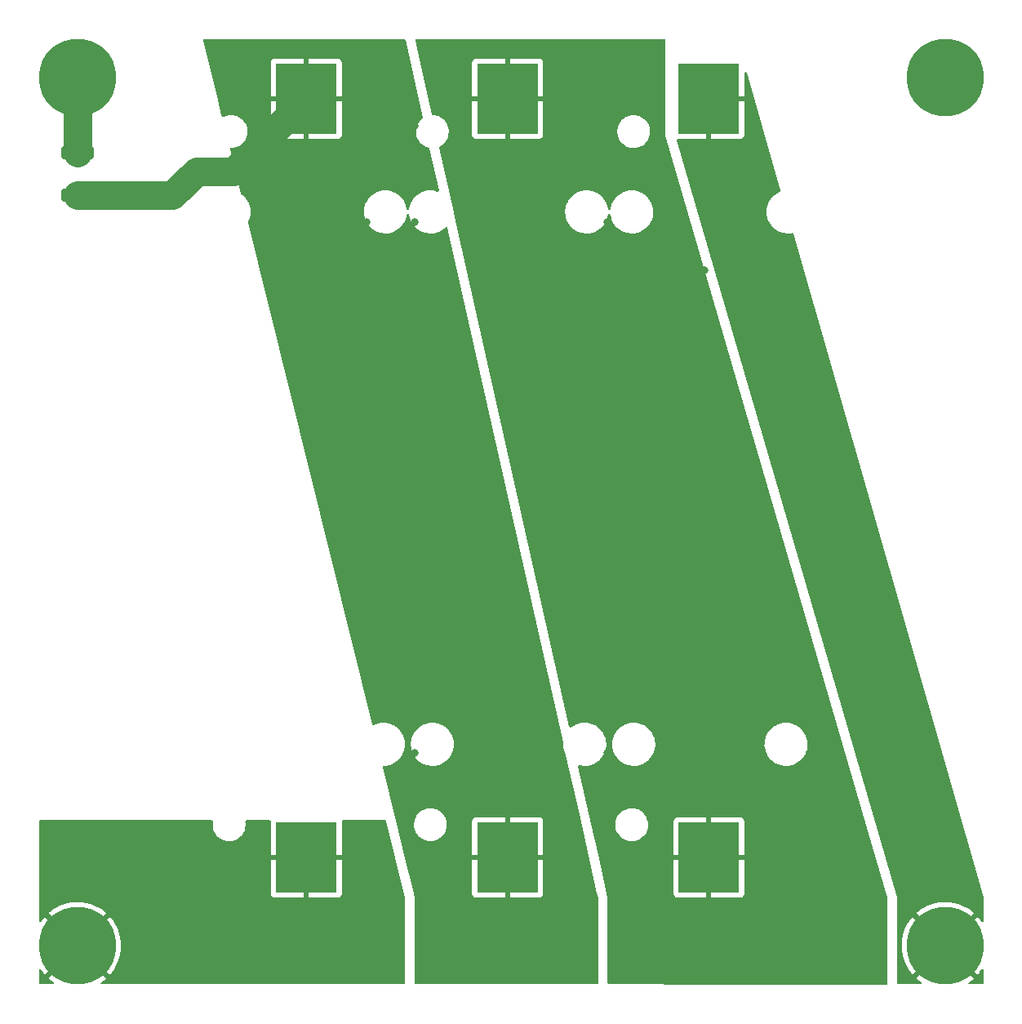
<source format=gbr>
%TF.GenerationSoftware,KiCad,Pcbnew,(6.0.7)*%
%TF.CreationDate,2022-10-24T21:40:11-07:00*%
%TF.ProjectId,18650_3s2p,31383635-305f-4337-9332-702e6b696361,2.0*%
%TF.SameCoordinates,Original*%
%TF.FileFunction,Copper,L1,Top*%
%TF.FilePolarity,Positive*%
%FSLAX46Y46*%
G04 Gerber Fmt 4.6, Leading zero omitted, Abs format (unit mm)*
G04 Created by KiCad (PCBNEW (6.0.7)) date 2022-10-24 21:40:11*
%MOMM*%
%LPD*%
G01*
G04 APERTURE LIST*
G04 Aperture macros list*
%AMRoundRect*
0 Rectangle with rounded corners*
0 $1 Rounding radius*
0 $2 $3 $4 $5 $6 $7 $8 $9 X,Y pos of 4 corners*
0 Add a 4 corners polygon primitive as box body*
4,1,4,$2,$3,$4,$5,$6,$7,$8,$9,$2,$3,0*
0 Add four circle primitives for the rounded corners*
1,1,$1+$1,$2,$3*
1,1,$1+$1,$4,$5*
1,1,$1+$1,$6,$7*
1,1,$1+$1,$8,$9*
0 Add four rect primitives between the rounded corners*
20,1,$1+$1,$2,$3,$4,$5,0*
20,1,$1+$1,$4,$5,$6,$7,0*
20,1,$1+$1,$6,$7,$8,$9,0*
20,1,$1+$1,$8,$9,$2,$3,0*%
G04 Aperture macros list end*
%TA.AperFunction,ComponentPad*%
%ADD10C,0.900000*%
%TD*%
%TA.AperFunction,ComponentPad*%
%ADD11C,8.000000*%
%TD*%
%TA.AperFunction,SMDPad,CuDef*%
%ADD12R,6.350000X7.340000*%
%TD*%
%TA.AperFunction,SMDPad,CuDef*%
%ADD13RoundRect,0.250000X1.450000X-0.400000X1.450000X0.400000X-1.450000X0.400000X-1.450000X-0.400000X0*%
%TD*%
%TA.AperFunction,ViaPad*%
%ADD14C,0.800000*%
%TD*%
%TA.AperFunction,Conductor*%
%ADD15C,3.000000*%
%TD*%
G04 APERTURE END LIST*
D10*
%TO.P,H4,1,1*%
%TO.N,B-*%
X142000000Y-145000000D03*
X147121320Y-142878680D03*
X145000000Y-148000000D03*
X147121320Y-147121320D03*
X142878680Y-147121320D03*
X142878680Y-142878680D03*
X145000000Y-142000000D03*
D11*
X145000000Y-145000000D03*
D10*
X148000000Y-145000000D03*
%TD*%
%TO.P,H3,1,1*%
%TO.N,Net-(F1-Pad2)*%
X142000000Y-55000000D03*
X147121320Y-52878680D03*
X145000000Y-58000000D03*
X147121320Y-57121320D03*
X142878680Y-57121320D03*
X142878680Y-52878680D03*
X145000000Y-52000000D03*
D11*
X145000000Y-55000000D03*
D10*
X148000000Y-55000000D03*
%TD*%
%TO.P,H2,1,1*%
%TO.N,Net-(F2-Pad2)*%
X52000000Y-55000000D03*
X57121320Y-52878680D03*
X55000000Y-58000000D03*
X57121320Y-57121320D03*
X52878680Y-57121320D03*
X52878680Y-52878680D03*
X55000000Y-52000000D03*
D11*
X55000000Y-55000000D03*
D10*
X58000000Y-55000000D03*
%TD*%
%TO.P,H1,1,1*%
%TO.N,B+*%
X52000000Y-145000000D03*
X57121320Y-142878680D03*
X55000000Y-148000000D03*
X57121320Y-147121320D03*
X52878680Y-147121320D03*
X52878680Y-142878680D03*
X55000000Y-142000000D03*
D11*
X55000000Y-145000000D03*
D10*
X58000000Y-145000000D03*
%TD*%
D12*
%TO.P,BT2,2,-*%
%TO.N,B1*%
X99620000Y-57190000D03*
%TO.P,BT2,1,+*%
%TO.N,B2*%
X99620000Y-135850000D03*
%TD*%
%TO.P,BT3,2,-*%
%TO.N,B-*%
X120500000Y-57190000D03*
%TO.P,BT3,1,+*%
%TO.N,B1*%
X120500000Y-135850000D03*
%TD*%
%TO.P,BT1,2,-*%
%TO.N,B2*%
X78740000Y-57190000D03*
%TO.P,BT1,1,+*%
%TO.N,B+*%
X78740000Y-135850000D03*
%TD*%
D13*
%TO.P,F2,2*%
%TO.N,Net-(F2-Pad2)*%
X55000000Y-62775000D03*
%TO.P,F2,1*%
%TO.N,B2*%
X55000000Y-67225000D03*
%TD*%
D14*
%TO.N,B2*%
X85000000Y-55000000D03*
X90000000Y-60000000D03*
X85000000Y-60000000D03*
X90000000Y-65000000D03*
X85000000Y-65000000D03*
X90000000Y-70000000D03*
X85000000Y-70000000D03*
X90000000Y-75000000D03*
X85000000Y-75000000D03*
X95000000Y-80000000D03*
X90000000Y-80100000D03*
X85000000Y-80100000D03*
X80000000Y-80000000D03*
X95000000Y-85000000D03*
X90000000Y-85000000D03*
X85000000Y-85000000D03*
X80000000Y-85000000D03*
X95000000Y-90000000D03*
X90000000Y-90000000D03*
X85000000Y-90000000D03*
X80000000Y-90000000D03*
X95000000Y-95000000D03*
X90000000Y-95000000D03*
X85000000Y-95000000D03*
X80000000Y-95000000D03*
X95000000Y-100000000D03*
X90000000Y-100000000D03*
X85000000Y-100000000D03*
X95000000Y-105000000D03*
X90000000Y-105000000D03*
X85000000Y-105000000D03*
X95000000Y-110000000D03*
X90000000Y-110000000D03*
X85000000Y-110000000D03*
X85000000Y-115000000D03*
X90000000Y-130000000D03*
X90000000Y-125000000D03*
X90000000Y-120000000D03*
X90000000Y-115000000D03*
%TO.N,B1*%
X115000000Y-55000000D03*
X110000000Y-55000000D03*
X110000000Y-130000000D03*
X110000000Y-125000000D03*
X110000000Y-120000000D03*
X115000000Y-60000000D03*
X110000000Y-60000000D03*
X115000000Y-65000000D03*
X110000000Y-65000000D03*
X120000000Y-75000000D03*
X115000000Y-70000000D03*
X110000000Y-70000000D03*
X105000000Y-75000000D03*
X115000000Y-75000000D03*
X110000000Y-75000000D03*
X120000000Y-80000000D03*
X120000000Y-85000000D03*
X120000000Y-90000000D03*
X105000000Y-115000000D03*
X110000000Y-115000000D03*
X115000000Y-100000000D03*
X115000000Y-90000000D03*
X115000000Y-105000000D03*
X115000000Y-80000000D03*
X115000000Y-85000000D03*
X115000000Y-95000000D03*
X115000000Y-110000000D03*
X110000000Y-100000000D03*
X110000000Y-90000000D03*
X110000000Y-105000000D03*
X110000000Y-80000000D03*
X110000000Y-85000000D03*
X110000000Y-95000000D03*
X110000000Y-110000000D03*
X105000000Y-105000000D03*
X105000000Y-95000000D03*
X105000000Y-85000000D03*
X105000000Y-110000000D03*
X105000000Y-100000000D03*
X105000000Y-90000000D03*
X105000000Y-80000000D03*
%TD*%
D15*
%TO.N,B2*%
X64875000Y-67225000D02*
X67400000Y-64700000D01*
X67400000Y-64700000D02*
X71230000Y-64700000D01*
X55000000Y-67225000D02*
X64875000Y-67225000D01*
X71230000Y-64700000D02*
X78740000Y-57190000D01*
%TO.N,Net-(F2-Pad2)*%
X55000000Y-62775000D02*
X55000000Y-55000000D01*
%TD*%
%TA.AperFunction,Conductor*%
%TO.N,B+*%
G36*
X69005164Y-132020002D02*
G01*
X69051657Y-132073658D01*
X69062008Y-132142119D01*
X69033828Y-132360583D01*
X69039935Y-132619689D01*
X69085163Y-132874890D01*
X69168473Y-133120313D01*
X69170674Y-133124549D01*
X69170676Y-133124555D01*
X69228210Y-133235312D01*
X69287947Y-133350311D01*
X69440837Y-133559590D01*
X69444209Y-133562980D01*
X69444211Y-133562982D01*
X69620248Y-133739945D01*
X69620253Y-133739949D01*
X69623622Y-133743336D01*
X69832099Y-133897319D01*
X69836337Y-133899549D01*
X69836339Y-133899550D01*
X70057232Y-134015768D01*
X70057239Y-134015771D01*
X70061468Y-134017996D01*
X70065984Y-134019555D01*
X70065990Y-134019558D01*
X70192565Y-134063264D01*
X70306451Y-134102590D01*
X70424193Y-134124093D01*
X70557441Y-134148429D01*
X70557445Y-134148429D01*
X70561412Y-134149154D01*
X70644342Y-134153500D01*
X70805903Y-134153500D01*
X70808282Y-134153319D01*
X70808283Y-134153319D01*
X70993664Y-134139218D01*
X70993669Y-134139217D01*
X70998431Y-134138855D01*
X71003084Y-134137776D01*
X71003087Y-134137776D01*
X71246251Y-134081413D01*
X71246250Y-134081413D01*
X71250915Y-134080332D01*
X71491642Y-133984292D01*
X71715072Y-133852944D01*
X71718783Y-133849923D01*
X71718787Y-133849920D01*
X71912351Y-133692334D01*
X71916063Y-133689312D01*
X71919272Y-133685767D01*
X71919277Y-133685762D01*
X72086774Y-133500713D01*
X72089990Y-133497160D01*
X72232851Y-133280910D01*
X72306888Y-133120313D01*
X72339352Y-133049892D01*
X72339353Y-133049889D01*
X72341358Y-133045540D01*
X72413015Y-132796465D01*
X72446172Y-132539417D01*
X72440065Y-132280311D01*
X72416614Y-132147988D01*
X72424422Y-132077422D01*
X72469141Y-132022279D01*
X72540681Y-132000000D01*
X74931320Y-132000000D01*
X74999441Y-132020002D01*
X75045934Y-132073658D01*
X75056966Y-132131911D01*
X75057000Y-132131911D01*
X75057000Y-132132093D01*
X75057136Y-132132811D01*
X75057000Y-132135323D01*
X75057000Y-135577885D01*
X75061475Y-135593124D01*
X75062865Y-135594329D01*
X75070548Y-135596000D01*
X82404884Y-135596000D01*
X82420123Y-135591525D01*
X82421328Y-135590135D01*
X82422999Y-135582452D01*
X82422999Y-132135323D01*
X82422863Y-132132810D01*
X82422999Y-132132233D01*
X82422999Y-132131912D01*
X82423075Y-132131912D01*
X82439154Y-132063708D01*
X82490219Y-132014383D01*
X82548679Y-132000000D01*
X86901622Y-132000000D01*
X86969743Y-132020002D01*
X87016236Y-132073658D01*
X87023860Y-132095441D01*
X88996238Y-139984952D01*
X89000000Y-140015511D01*
X89000000Y-148874000D01*
X88979998Y-148942121D01*
X88926342Y-148988614D01*
X88874000Y-149000000D01*
X57544211Y-149000000D01*
X57476090Y-148979998D01*
X57429597Y-148926342D01*
X57419493Y-148856068D01*
X57448987Y-148791488D01*
X57473389Y-148769788D01*
X57700898Y-148615174D01*
X57705511Y-148611723D01*
X57991829Y-148376539D01*
X58000290Y-148364106D01*
X57994040Y-148353250D01*
X57647408Y-148006618D01*
X56762111Y-147121320D01*
X56236023Y-146595233D01*
X55012812Y-145372022D01*
X54998868Y-145364408D01*
X54997035Y-145364539D01*
X54990420Y-145368790D01*
X53763978Y-146595232D01*
X52878680Y-147480529D01*
X52352593Y-148006617D01*
X52007723Y-148351487D01*
X52000109Y-148365431D01*
X52000190Y-148366564D01*
X52005168Y-148374136D01*
X52025401Y-148393539D01*
X52029678Y-148397283D01*
X52345218Y-148649175D01*
X52349811Y-148652512D01*
X52526185Y-148768809D01*
X52572045Y-148823007D01*
X52581323Y-148893395D01*
X52551074Y-148957625D01*
X52490902Y-148995305D01*
X52456825Y-149000000D01*
X51126000Y-149000000D01*
X51057879Y-148979998D01*
X51011386Y-148926342D01*
X51000000Y-148874000D01*
X51000000Y-147550798D01*
X51020002Y-147482677D01*
X51073658Y-147436184D01*
X51143932Y-147426080D01*
X51208512Y-147455574D01*
X51228194Y-147477093D01*
X51461668Y-147800812D01*
X51465208Y-147805278D01*
X51625528Y-147989704D01*
X51638657Y-147998113D01*
X51648570Y-147992220D01*
X51993382Y-147647408D01*
X52878680Y-146762111D01*
X52950260Y-146690531D01*
X53404767Y-146236023D01*
X54627978Y-145012812D01*
X54634356Y-145001132D01*
X55364408Y-145001132D01*
X55364539Y-145002965D01*
X55368790Y-145009580D01*
X56595232Y-146236022D01*
X57049739Y-146690530D01*
X57121319Y-146762110D01*
X58006617Y-147647407D01*
X58350688Y-147991478D01*
X58364134Y-147998820D01*
X58373970Y-147991900D01*
X58573611Y-147755657D01*
X58577097Y-147751130D01*
X58808659Y-147420424D01*
X58811716Y-147415608D01*
X59012350Y-147065281D01*
X59014962Y-147060199D01*
X59183020Y-146693127D01*
X59185159Y-146687834D01*
X59319255Y-146307047D01*
X59320908Y-146301573D01*
X59419939Y-145910206D01*
X59421090Y-145904600D01*
X59484245Y-145505854D01*
X59484880Y-145500192D01*
X59511709Y-145096260D01*
X59511843Y-145092753D01*
X59512796Y-145001773D01*
X59512734Y-144998225D01*
X59494371Y-144593843D01*
X59493855Y-144588165D01*
X59439063Y-144188177D01*
X59438036Y-144182577D01*
X59347216Y-143789198D01*
X59345682Y-143783702D01*
X59219588Y-143400183D01*
X59217558Y-143394841D01*
X59057226Y-143024336D01*
X59054722Y-143019202D01*
X58861471Y-142664752D01*
X58858508Y-142659861D01*
X58633930Y-142324389D01*
X58630537Y-142319787D01*
X58376832Y-142006489D01*
X58363963Y-141999226D01*
X58362596Y-141999305D01*
X58355268Y-142003942D01*
X58006618Y-142352592D01*
X57121320Y-143237889D01*
X56595233Y-143763977D01*
X55372022Y-144987188D01*
X55364408Y-145001132D01*
X54634356Y-145001132D01*
X54635592Y-144998868D01*
X54635461Y-144997035D01*
X54631210Y-144990420D01*
X53404768Y-143763978D01*
X52519471Y-142878680D01*
X51993383Y-142352593D01*
X51650424Y-142009634D01*
X51636480Y-142002020D01*
X51636287Y-142002033D01*
X51627465Y-142008012D01*
X51524743Y-142121298D01*
X51521091Y-142125712D01*
X51278139Y-142448120D01*
X51274906Y-142452843D01*
X51233087Y-142520289D01*
X51180190Y-142567645D01*
X51110089Y-142578884D01*
X51045039Y-142550440D01*
X51005694Y-142491343D01*
X51000000Y-142453893D01*
X51000000Y-141638713D01*
X52001723Y-141638713D01*
X52001735Y-141639144D01*
X52007102Y-141647892D01*
X52352592Y-141993382D01*
X52809617Y-142450408D01*
X52878679Y-142519470D01*
X53763977Y-143404767D01*
X54987188Y-144627978D01*
X55001132Y-144635592D01*
X55002965Y-144635461D01*
X55009580Y-144631210D01*
X56236022Y-143404768D01*
X57121320Y-142519471D01*
X57190382Y-142450409D01*
X57647407Y-141993383D01*
X57990943Y-141649847D01*
X57998351Y-141636280D01*
X57991609Y-141626624D01*
X57780533Y-141445711D01*
X57776040Y-141442200D01*
X57446969Y-141208341D01*
X57442146Y-141205233D01*
X57093242Y-141002166D01*
X57088177Y-140999519D01*
X56722296Y-140828905D01*
X56717003Y-140826724D01*
X56337166Y-140689973D01*
X56331706Y-140688284D01*
X55941036Y-140586522D01*
X55935446Y-140585334D01*
X55537154Y-140519397D01*
X55531490Y-140518721D01*
X55128851Y-140489153D01*
X55123150Y-140488994D01*
X54719489Y-140496040D01*
X54713801Y-140496398D01*
X54312457Y-140539998D01*
X54306787Y-140540876D01*
X53911058Y-140620669D01*
X53905512Y-140622051D01*
X53518627Y-140737387D01*
X53513223Y-140739269D01*
X53138396Y-140889189D01*
X53133189Y-140891551D01*
X52773475Y-141074834D01*
X52768510Y-141077655D01*
X52426897Y-141292781D01*
X52422202Y-141296044D01*
X52101494Y-141541243D01*
X52097114Y-141544917D01*
X52009910Y-141625106D01*
X52001723Y-141638713D01*
X51000000Y-141638713D01*
X51000000Y-139564669D01*
X75057001Y-139564669D01*
X75057371Y-139571490D01*
X75062895Y-139622352D01*
X75066521Y-139637604D01*
X75111676Y-139758054D01*
X75120214Y-139773649D01*
X75196715Y-139875724D01*
X75209276Y-139888285D01*
X75311351Y-139964786D01*
X75326946Y-139973324D01*
X75447394Y-140018478D01*
X75462649Y-140022105D01*
X75513514Y-140027631D01*
X75520328Y-140028000D01*
X78467885Y-140028000D01*
X78483124Y-140023525D01*
X78484329Y-140022135D01*
X78486000Y-140014452D01*
X78486000Y-140009884D01*
X78994000Y-140009884D01*
X78998475Y-140025123D01*
X78999865Y-140026328D01*
X79007548Y-140027999D01*
X81959669Y-140027999D01*
X81966490Y-140027629D01*
X82017352Y-140022105D01*
X82032604Y-140018479D01*
X82153054Y-139973324D01*
X82168649Y-139964786D01*
X82270724Y-139888285D01*
X82283285Y-139875724D01*
X82359786Y-139773649D01*
X82368324Y-139758054D01*
X82413478Y-139637606D01*
X82417105Y-139622351D01*
X82422631Y-139571486D01*
X82423000Y-139564672D01*
X82423000Y-136122115D01*
X82418525Y-136106876D01*
X82417135Y-136105671D01*
X82409452Y-136104000D01*
X79012115Y-136104000D01*
X78996876Y-136108475D01*
X78995671Y-136109865D01*
X78994000Y-136117548D01*
X78994000Y-140009884D01*
X78486000Y-140009884D01*
X78486000Y-136122115D01*
X78481525Y-136106876D01*
X78480135Y-136105671D01*
X78472452Y-136104000D01*
X75075116Y-136104000D01*
X75059877Y-136108475D01*
X75058672Y-136109865D01*
X75057001Y-136117548D01*
X75057001Y-139564669D01*
X51000000Y-139564669D01*
X51000000Y-132126000D01*
X51020002Y-132057879D01*
X51073658Y-132011386D01*
X51126000Y-132000000D01*
X68937043Y-132000000D01*
X69005164Y-132020002D01*
G37*
%TD.AperFunction*%
%TD*%
%TA.AperFunction,Conductor*%
%TO.N,B-*%
G36*
X124391511Y-54436317D02*
G01*
X124430098Y-54496742D01*
X127935254Y-66694684D01*
X127934844Y-66765680D01*
X127896115Y-66825183D01*
X127855179Y-66848617D01*
X127832547Y-66856410D01*
X127828814Y-66858279D01*
X127828810Y-66858281D01*
X127570988Y-66987389D01*
X127567244Y-66989264D01*
X127321842Y-67156039D01*
X127100654Y-67353804D01*
X126907564Y-67579086D01*
X126745965Y-67827927D01*
X126618696Y-68095954D01*
X126617417Y-68099937D01*
X126617416Y-68099940D01*
X126557044Y-68287979D01*
X126527994Y-68378458D01*
X126527253Y-68382577D01*
X126492174Y-68577541D01*
X126475452Y-68670477D01*
X126475263Y-68674644D01*
X126475262Y-68674651D01*
X126462181Y-68962710D01*
X126461992Y-68966880D01*
X126462355Y-68971028D01*
X126462355Y-68971032D01*
X126487487Y-69258293D01*
X126487488Y-69258301D01*
X126487852Y-69262459D01*
X126552577Y-69552021D01*
X126554019Y-69555941D01*
X126554021Y-69555947D01*
X126653582Y-69826548D01*
X126655029Y-69830480D01*
X126793410Y-70092942D01*
X126965288Y-70334797D01*
X127167642Y-70551796D01*
X127396918Y-70740125D01*
X127649088Y-70896477D01*
X127919722Y-71018105D01*
X128092390Y-71069580D01*
X128200065Y-71101679D01*
X128200067Y-71101679D01*
X128204064Y-71102871D01*
X128208184Y-71103524D01*
X128208186Y-71103524D01*
X128315919Y-71120587D01*
X128497119Y-71149286D01*
X128542146Y-71151331D01*
X128588497Y-71153436D01*
X128588516Y-71153436D01*
X128589916Y-71153500D01*
X128775264Y-71153500D01*
X128996056Y-71138835D01*
X129086555Y-71120587D01*
X129157284Y-71126730D01*
X129213465Y-71170137D01*
X129232558Y-71209302D01*
X148995099Y-139982945D01*
X149000000Y-140017744D01*
X149000000Y-142456504D01*
X148979998Y-142524625D01*
X148926342Y-142571118D01*
X148856068Y-142581222D01*
X148791488Y-142551728D01*
X148769296Y-142526597D01*
X148633930Y-142324389D01*
X148630537Y-142319787D01*
X148376832Y-142006489D01*
X148363963Y-141999226D01*
X148362596Y-141999305D01*
X148355268Y-142003942D01*
X148006618Y-142352592D01*
X147121320Y-143237889D01*
X146595233Y-143763977D01*
X145372022Y-144987188D01*
X145364408Y-145001132D01*
X145364539Y-145002965D01*
X145368790Y-145009580D01*
X146595232Y-146236022D01*
X147107995Y-146748786D01*
X147121319Y-146762110D01*
X148006617Y-147647407D01*
X148350688Y-147991478D01*
X148364134Y-147998820D01*
X148373970Y-147991900D01*
X148573611Y-147755657D01*
X148577097Y-147751130D01*
X148770787Y-147474512D01*
X148826244Y-147430184D01*
X148896863Y-147422875D01*
X148960224Y-147454906D01*
X148996209Y-147516107D01*
X149000000Y-147546783D01*
X149000000Y-148874000D01*
X148979998Y-148942121D01*
X148926342Y-148988614D01*
X148874000Y-149000000D01*
X147544211Y-149000000D01*
X147476090Y-148979998D01*
X147429597Y-148926342D01*
X147419493Y-148856068D01*
X147448987Y-148791488D01*
X147473389Y-148769788D01*
X147700898Y-148615174D01*
X147705511Y-148611723D01*
X147991829Y-148376539D01*
X148000290Y-148364106D01*
X147994040Y-148353250D01*
X147647408Y-148006618D01*
X146762111Y-147121320D01*
X146236023Y-146595233D01*
X145012812Y-145372022D01*
X144998868Y-145364408D01*
X144997035Y-145364539D01*
X144990420Y-145368790D01*
X143763978Y-146595232D01*
X142878680Y-147480529D01*
X142352593Y-148006617D01*
X142007723Y-148351487D01*
X142000109Y-148365431D01*
X142000190Y-148366564D01*
X142005168Y-148374136D01*
X142025401Y-148393539D01*
X142029678Y-148397283D01*
X142345218Y-148649175D01*
X142349811Y-148652512D01*
X142526185Y-148768809D01*
X142572045Y-148823007D01*
X142581323Y-148893395D01*
X142551074Y-148957625D01*
X142490902Y-148995305D01*
X142456825Y-149000000D01*
X140126000Y-149000000D01*
X140057879Y-148979998D01*
X140011386Y-148926342D01*
X140000000Y-148874000D01*
X140000000Y-145154638D01*
X140489964Y-145154638D01*
X140490163Y-145160343D01*
X140522540Y-145562753D01*
X140523258Y-145568430D01*
X140591970Y-145966229D01*
X140593201Y-145971829D01*
X140697689Y-146361786D01*
X140699413Y-146367219D01*
X140838817Y-146746108D01*
X140841025Y-146751362D01*
X141014192Y-147116050D01*
X141016877Y-147121099D01*
X141222390Y-147468606D01*
X141225500Y-147473358D01*
X141461668Y-147800812D01*
X141465208Y-147805278D01*
X141625528Y-147989704D01*
X141638657Y-147998113D01*
X141648570Y-147992220D01*
X141993382Y-147647408D01*
X142878680Y-146762111D01*
X142892004Y-146748787D01*
X143404767Y-146236023D01*
X144627978Y-145012812D01*
X144635592Y-144998868D01*
X144635461Y-144997035D01*
X144631210Y-144990420D01*
X143404768Y-143763978D01*
X142519471Y-142878680D01*
X141993383Y-142352593D01*
X141650424Y-142009634D01*
X141636480Y-142002020D01*
X141636287Y-142002033D01*
X141627465Y-142008012D01*
X141524743Y-142121298D01*
X141521091Y-142125712D01*
X141278139Y-142448120D01*
X141274906Y-142452843D01*
X141062173Y-142795946D01*
X141059379Y-142800946D01*
X140878624Y-143161905D01*
X140876290Y-143167147D01*
X140728992Y-143543009D01*
X140727149Y-143548422D01*
X140614517Y-143936103D01*
X140613175Y-143941653D01*
X140536142Y-144337952D01*
X140535309Y-144343593D01*
X140494512Y-144745234D01*
X140494192Y-144750958D01*
X140489964Y-145154638D01*
X140000000Y-145154638D01*
X140000000Y-141638713D01*
X142001723Y-141638713D01*
X142001735Y-141639144D01*
X142007102Y-141647892D01*
X142352592Y-141993382D01*
X142809617Y-142450408D01*
X142878679Y-142519470D01*
X143763977Y-143404767D01*
X144987188Y-144627978D01*
X145001132Y-144635592D01*
X145002965Y-144635461D01*
X145009580Y-144631210D01*
X146236022Y-143404768D01*
X147121320Y-142519471D01*
X147190382Y-142450409D01*
X147647407Y-141993383D01*
X147990943Y-141649847D01*
X147998351Y-141636280D01*
X147991609Y-141626624D01*
X147780533Y-141445711D01*
X147776040Y-141442200D01*
X147446969Y-141208341D01*
X147442146Y-141205233D01*
X147093242Y-141002166D01*
X147088177Y-140999519D01*
X146722296Y-140828905D01*
X146717003Y-140826724D01*
X146337166Y-140689973D01*
X146331706Y-140688284D01*
X145941036Y-140586522D01*
X145935446Y-140585334D01*
X145537154Y-140519397D01*
X145531490Y-140518721D01*
X145128851Y-140489153D01*
X145123150Y-140488994D01*
X144719489Y-140496040D01*
X144713801Y-140496398D01*
X144312457Y-140539998D01*
X144306787Y-140540876D01*
X143911058Y-140620669D01*
X143905512Y-140622051D01*
X143518627Y-140737387D01*
X143513223Y-140739269D01*
X143138396Y-140889189D01*
X143133189Y-140891551D01*
X142773475Y-141074834D01*
X142768510Y-141077655D01*
X142426897Y-141292781D01*
X142422202Y-141296044D01*
X142101494Y-141541243D01*
X142097114Y-141544917D01*
X142009910Y-141625106D01*
X142001723Y-141638713D01*
X140000000Y-141638713D01*
X140000000Y-140000000D01*
X139995035Y-139982945D01*
X117154048Y-61529119D01*
X117154211Y-61458123D01*
X117192731Y-61398485D01*
X117257379Y-61369140D01*
X117276911Y-61368295D01*
X117276911Y-61368000D01*
X120227885Y-61368000D01*
X120243124Y-61363525D01*
X120244329Y-61362135D01*
X120246000Y-61354452D01*
X120246000Y-61349884D01*
X120754000Y-61349884D01*
X120758475Y-61365123D01*
X120759865Y-61366328D01*
X120767548Y-61367999D01*
X123719669Y-61367999D01*
X123726490Y-61367629D01*
X123777352Y-61362105D01*
X123792604Y-61358479D01*
X123913054Y-61313324D01*
X123928649Y-61304786D01*
X124030724Y-61228285D01*
X124043285Y-61215724D01*
X124119786Y-61113649D01*
X124128324Y-61098054D01*
X124173478Y-60977606D01*
X124177105Y-60962351D01*
X124182631Y-60911486D01*
X124183000Y-60904672D01*
X124183000Y-57462115D01*
X124178525Y-57446876D01*
X124177135Y-57445671D01*
X124169452Y-57444000D01*
X120772115Y-57444000D01*
X120756876Y-57448475D01*
X120755671Y-57449865D01*
X120754000Y-57457548D01*
X120754000Y-61349884D01*
X120246000Y-61349884D01*
X120246000Y-57062000D01*
X120266002Y-56993879D01*
X120319658Y-56947386D01*
X120372000Y-56936000D01*
X124164884Y-56936000D01*
X124180123Y-56931525D01*
X124181328Y-56930135D01*
X124182999Y-56922452D01*
X124182999Y-54531541D01*
X124203001Y-54463420D01*
X124256657Y-54416927D01*
X124326931Y-54406823D01*
X124391511Y-54436317D01*
G37*
%TD.AperFunction*%
%TD*%
%TA.AperFunction,Conductor*%
%TO.N,B1*%
G36*
X115942121Y-51020002D02*
G01*
X115988614Y-51073658D01*
X116000000Y-51126000D01*
X116000000Y-61000000D01*
X116002499Y-61008583D01*
X116002499Y-61008584D01*
X118954902Y-71149445D01*
X136904106Y-132801058D01*
X138994977Y-139982747D01*
X139000000Y-140017968D01*
X139000000Y-148973565D01*
X138979998Y-149041686D01*
X138926342Y-149088179D01*
X138873566Y-149099564D01*
X121624777Y-149040085D01*
X110125566Y-149000433D01*
X110057514Y-148980196D01*
X110011207Y-148926381D01*
X110000000Y-148874434D01*
X110000000Y-140000000D01*
X109902174Y-139564672D01*
X109902173Y-139564669D01*
X116817001Y-139564669D01*
X116817371Y-139571490D01*
X116822895Y-139622352D01*
X116826521Y-139637604D01*
X116871676Y-139758054D01*
X116880214Y-139773649D01*
X116956715Y-139875724D01*
X116969276Y-139888285D01*
X117071351Y-139964786D01*
X117086946Y-139973324D01*
X117207394Y-140018478D01*
X117222649Y-140022105D01*
X117273514Y-140027631D01*
X117280328Y-140028000D01*
X120227885Y-140028000D01*
X120243124Y-140023525D01*
X120244329Y-140022135D01*
X120246000Y-140014452D01*
X120246000Y-140009884D01*
X120754000Y-140009884D01*
X120758475Y-140025123D01*
X120759865Y-140026328D01*
X120767548Y-140027999D01*
X123719669Y-140027999D01*
X123726490Y-140027629D01*
X123777352Y-140022105D01*
X123792604Y-140018479D01*
X123913054Y-139973324D01*
X123928649Y-139964786D01*
X124030724Y-139888285D01*
X124043285Y-139875724D01*
X124119786Y-139773649D01*
X124128324Y-139758054D01*
X124173478Y-139637606D01*
X124177105Y-139622351D01*
X124182631Y-139571486D01*
X124183000Y-139564672D01*
X124183000Y-136122115D01*
X124178525Y-136106876D01*
X124177135Y-136105671D01*
X124169452Y-136104000D01*
X120772115Y-136104000D01*
X120756876Y-136108475D01*
X120755671Y-136109865D01*
X120754000Y-136117548D01*
X120754000Y-140009884D01*
X120246000Y-140009884D01*
X120246000Y-136122115D01*
X120241525Y-136106876D01*
X120240135Y-136105671D01*
X120232452Y-136104000D01*
X116835116Y-136104000D01*
X116819877Y-136108475D01*
X116818672Y-136109865D01*
X116817001Y-136117548D01*
X116817001Y-139564669D01*
X109902173Y-139564669D01*
X109010337Y-135596000D01*
X109006266Y-135577885D01*
X116817000Y-135577885D01*
X116821475Y-135593124D01*
X116822865Y-135594329D01*
X116830548Y-135596000D01*
X120227885Y-135596000D01*
X120243124Y-135591525D01*
X120244329Y-135590135D01*
X120246000Y-135582452D01*
X120246000Y-135577885D01*
X120754000Y-135577885D01*
X120758475Y-135593124D01*
X120759865Y-135594329D01*
X120767548Y-135596000D01*
X124164884Y-135596000D01*
X124180123Y-135591525D01*
X124181328Y-135590135D01*
X124182999Y-135582452D01*
X124182999Y-132135331D01*
X124182629Y-132128510D01*
X124177105Y-132077648D01*
X124173479Y-132062396D01*
X124128324Y-131941946D01*
X124119786Y-131926351D01*
X124043285Y-131824276D01*
X124030724Y-131811715D01*
X123928649Y-131735214D01*
X123913054Y-131726676D01*
X123792606Y-131681522D01*
X123777351Y-131677895D01*
X123726486Y-131672369D01*
X123719672Y-131672000D01*
X120772115Y-131672000D01*
X120756876Y-131676475D01*
X120755671Y-131677865D01*
X120754000Y-131685548D01*
X120754000Y-135577885D01*
X120246000Y-135577885D01*
X120246000Y-131690116D01*
X120241525Y-131674877D01*
X120240135Y-131673672D01*
X120232452Y-131672001D01*
X117280331Y-131672001D01*
X117273510Y-131672371D01*
X117222648Y-131677895D01*
X117207396Y-131681521D01*
X117086946Y-131726676D01*
X117071351Y-131735214D01*
X116969276Y-131811715D01*
X116956715Y-131824276D01*
X116880214Y-131926351D01*
X116871676Y-131941946D01*
X116826522Y-132062394D01*
X116822895Y-132077649D01*
X116817369Y-132128514D01*
X116817000Y-132135328D01*
X116817000Y-135577885D01*
X109006266Y-135577885D01*
X108283277Y-132360583D01*
X110793828Y-132360583D01*
X110799935Y-132619689D01*
X110845163Y-132874890D01*
X110928473Y-133120313D01*
X110930674Y-133124549D01*
X110930676Y-133124555D01*
X110988210Y-133235312D01*
X111047947Y-133350311D01*
X111200837Y-133559590D01*
X111204209Y-133562980D01*
X111204211Y-133562982D01*
X111380248Y-133739945D01*
X111380253Y-133739949D01*
X111383622Y-133743336D01*
X111592099Y-133897319D01*
X111596337Y-133899549D01*
X111596339Y-133899550D01*
X111817232Y-134015768D01*
X111817239Y-134015771D01*
X111821468Y-134017996D01*
X111825984Y-134019555D01*
X111825990Y-134019558D01*
X111952565Y-134063264D01*
X112066451Y-134102590D01*
X112184193Y-134124093D01*
X112317441Y-134148429D01*
X112317445Y-134148429D01*
X112321412Y-134149154D01*
X112404342Y-134153500D01*
X112565903Y-134153500D01*
X112568282Y-134153319D01*
X112568283Y-134153319D01*
X112753664Y-134139218D01*
X112753669Y-134139217D01*
X112758431Y-134138855D01*
X112763084Y-134137776D01*
X112763087Y-134137776D01*
X113006251Y-134081413D01*
X113006250Y-134081413D01*
X113010915Y-134080332D01*
X113251642Y-133984292D01*
X113475072Y-133852944D01*
X113478783Y-133849923D01*
X113478787Y-133849920D01*
X113672351Y-133692334D01*
X113676063Y-133689312D01*
X113679272Y-133685767D01*
X113679277Y-133685762D01*
X113846774Y-133500713D01*
X113849990Y-133497160D01*
X113992851Y-133280910D01*
X114066888Y-133120313D01*
X114099352Y-133049892D01*
X114099353Y-133049889D01*
X114101358Y-133045540D01*
X114173015Y-132796465D01*
X114206172Y-132539417D01*
X114200065Y-132280311D01*
X114174371Y-132135331D01*
X114155671Y-132029814D01*
X114155670Y-132029810D01*
X114154837Y-132025110D01*
X114071527Y-131779687D01*
X114069326Y-131775451D01*
X114069324Y-131775445D01*
X113988104Y-131619090D01*
X113952053Y-131549689D01*
X113799163Y-131340410D01*
X113673651Y-131214238D01*
X113619752Y-131160055D01*
X113619747Y-131160051D01*
X113616378Y-131156664D01*
X113407901Y-131002681D01*
X113403661Y-131000450D01*
X113182768Y-130884232D01*
X113182761Y-130884229D01*
X113178532Y-130882004D01*
X113174016Y-130880445D01*
X113174010Y-130880442D01*
X113003148Y-130821443D01*
X112933549Y-130797410D01*
X112815807Y-130775907D01*
X112682559Y-130751571D01*
X112682555Y-130751571D01*
X112678588Y-130750846D01*
X112595658Y-130746500D01*
X112434097Y-130746500D01*
X112431718Y-130746681D01*
X112431717Y-130746681D01*
X112246336Y-130760782D01*
X112246331Y-130760783D01*
X112241569Y-130761145D01*
X112236916Y-130762224D01*
X112236913Y-130762224D01*
X112112257Y-130791118D01*
X111989085Y-130819668D01*
X111748358Y-130915708D01*
X111524928Y-131047056D01*
X111521217Y-131050077D01*
X111521213Y-131050080D01*
X111393791Y-131153818D01*
X111323937Y-131210688D01*
X111320728Y-131214233D01*
X111320723Y-131214238D01*
X111203021Y-131344274D01*
X111150010Y-131402840D01*
X111007149Y-131619090D01*
X111005148Y-131623430D01*
X111005146Y-131623434D01*
X110912557Y-131824276D01*
X110898642Y-131854460D01*
X110897318Y-131859062D01*
X110836724Y-132069684D01*
X110826985Y-132103535D01*
X110826374Y-132108270D01*
X110826373Y-132108276D01*
X110804789Y-132275606D01*
X110793828Y-132360583D01*
X108283277Y-132360583D01*
X106954632Y-126448113D01*
X106959212Y-126377267D01*
X107001368Y-126320141D01*
X107067717Y-126294876D01*
X107113558Y-126299740D01*
X107120055Y-126301677D01*
X107120071Y-126301681D01*
X107124064Y-126302871D01*
X107128184Y-126303524D01*
X107128186Y-126303524D01*
X107233103Y-126320141D01*
X107417119Y-126349286D01*
X107462146Y-126351331D01*
X107508497Y-126353436D01*
X107508516Y-126353436D01*
X107509916Y-126353500D01*
X107695264Y-126353500D01*
X107916056Y-126338835D01*
X108206910Y-126280188D01*
X108487453Y-126183590D01*
X108491196Y-126181716D01*
X108491200Y-126181714D01*
X108749012Y-126052611D01*
X108749014Y-126052610D01*
X108752756Y-126050736D01*
X108998158Y-125883961D01*
X109219346Y-125686196D01*
X109412436Y-125460914D01*
X109470466Y-125371556D01*
X109571763Y-125215572D01*
X109571765Y-125215569D01*
X109574035Y-125212073D01*
X109584551Y-125189928D01*
X109622629Y-125109734D01*
X109701304Y-124944046D01*
X109702584Y-124940060D01*
X109790726Y-124665530D01*
X109790727Y-124665524D01*
X109792006Y-124661542D01*
X109827719Y-124463056D01*
X109843809Y-124373632D01*
X109843810Y-124373627D01*
X109844548Y-124369523D01*
X109846746Y-124321134D01*
X109853751Y-124166880D01*
X110461992Y-124166880D01*
X110462355Y-124171028D01*
X110462355Y-124171032D01*
X110487487Y-124458293D01*
X110487488Y-124458301D01*
X110487852Y-124462459D01*
X110552577Y-124752021D01*
X110554019Y-124755941D01*
X110554021Y-124755947D01*
X110653582Y-125026548D01*
X110655029Y-125030480D01*
X110656980Y-125034180D01*
X110656982Y-125034185D01*
X110748784Y-125208302D01*
X110793410Y-125292942D01*
X110965288Y-125534797D01*
X111167642Y-125751796D01*
X111396918Y-125940125D01*
X111649088Y-126096477D01*
X111919722Y-126218105D01*
X112092390Y-126269580D01*
X112200065Y-126301679D01*
X112200067Y-126301679D01*
X112204064Y-126302871D01*
X112208184Y-126303524D01*
X112208186Y-126303524D01*
X112313103Y-126320141D01*
X112497119Y-126349286D01*
X112542146Y-126351331D01*
X112588497Y-126353436D01*
X112588516Y-126353436D01*
X112589916Y-126353500D01*
X112775264Y-126353500D01*
X112996056Y-126338835D01*
X113286910Y-126280188D01*
X113567453Y-126183590D01*
X113571196Y-126181716D01*
X113571200Y-126181714D01*
X113829012Y-126052611D01*
X113829014Y-126052610D01*
X113832756Y-126050736D01*
X114078158Y-125883961D01*
X114299346Y-125686196D01*
X114492436Y-125460914D01*
X114550466Y-125371556D01*
X114651763Y-125215572D01*
X114651765Y-125215569D01*
X114654035Y-125212073D01*
X114664551Y-125189928D01*
X114702629Y-125109734D01*
X114781304Y-124944046D01*
X114782584Y-124940060D01*
X114870726Y-124665530D01*
X114870727Y-124665524D01*
X114872006Y-124661542D01*
X114907719Y-124463056D01*
X114923809Y-124373632D01*
X114923810Y-124373627D01*
X114924548Y-124369523D01*
X114926746Y-124321134D01*
X114933751Y-124166880D01*
X126261992Y-124166880D01*
X126262355Y-124171028D01*
X126262355Y-124171032D01*
X126287487Y-124458293D01*
X126287488Y-124458301D01*
X126287852Y-124462459D01*
X126352577Y-124752021D01*
X126354019Y-124755941D01*
X126354021Y-124755947D01*
X126453582Y-125026548D01*
X126455029Y-125030480D01*
X126456980Y-125034180D01*
X126456982Y-125034185D01*
X126548784Y-125208302D01*
X126593410Y-125292942D01*
X126765288Y-125534797D01*
X126967642Y-125751796D01*
X127196918Y-125940125D01*
X127449088Y-126096477D01*
X127719722Y-126218105D01*
X127892390Y-126269580D01*
X128000065Y-126301679D01*
X128000067Y-126301679D01*
X128004064Y-126302871D01*
X128008184Y-126303524D01*
X128008186Y-126303524D01*
X128113103Y-126320141D01*
X128297119Y-126349286D01*
X128342146Y-126351331D01*
X128388497Y-126353436D01*
X128388516Y-126353436D01*
X128389916Y-126353500D01*
X128575264Y-126353500D01*
X128796056Y-126338835D01*
X129086910Y-126280188D01*
X129367453Y-126183590D01*
X129371196Y-126181716D01*
X129371200Y-126181714D01*
X129629012Y-126052611D01*
X129629014Y-126052610D01*
X129632756Y-126050736D01*
X129878158Y-125883961D01*
X130099346Y-125686196D01*
X130292436Y-125460914D01*
X130350466Y-125371556D01*
X130451763Y-125215572D01*
X130451765Y-125215569D01*
X130454035Y-125212073D01*
X130464551Y-125189928D01*
X130502629Y-125109734D01*
X130581304Y-124944046D01*
X130582584Y-124940060D01*
X130670726Y-124665530D01*
X130670727Y-124665524D01*
X130672006Y-124661542D01*
X130707719Y-124463056D01*
X130723809Y-124373632D01*
X130723810Y-124373627D01*
X130724548Y-124369523D01*
X130726746Y-124321134D01*
X130737819Y-124077290D01*
X130737819Y-124077285D01*
X130738008Y-124073120D01*
X130737645Y-124068968D01*
X130712513Y-123781707D01*
X130712512Y-123781699D01*
X130712148Y-123777541D01*
X130647423Y-123487979D01*
X130576773Y-123295954D01*
X130546418Y-123213452D01*
X130546416Y-123213448D01*
X130544971Y-123209520D01*
X130406590Y-122947058D01*
X130234712Y-122705203D01*
X130032358Y-122488204D01*
X129803082Y-122299875D01*
X129550912Y-122143523D01*
X129280278Y-122021895D01*
X129107610Y-121970420D01*
X128999935Y-121938321D01*
X128999933Y-121938321D01*
X128995936Y-121937129D01*
X128991816Y-121936476D01*
X128991814Y-121936476D01*
X128872894Y-121917641D01*
X128702881Y-121890714D01*
X128657854Y-121888669D01*
X128611503Y-121886564D01*
X128611484Y-121886564D01*
X128610084Y-121886500D01*
X128424736Y-121886500D01*
X128203944Y-121901165D01*
X127913090Y-121959812D01*
X127632547Y-122056410D01*
X127628804Y-122058284D01*
X127628800Y-122058286D01*
X127454179Y-122145730D01*
X127367244Y-122189264D01*
X127363779Y-122191619D01*
X127141233Y-122342861D01*
X127121842Y-122356039D01*
X126900654Y-122553804D01*
X126707564Y-122779086D01*
X126705290Y-122782588D01*
X126705289Y-122782589D01*
X126600698Y-122943646D01*
X126545965Y-123027927D01*
X126418696Y-123295954D01*
X126417417Y-123299937D01*
X126417416Y-123299940D01*
X126357044Y-123487979D01*
X126327994Y-123578458D01*
X126327253Y-123582577D01*
X126292174Y-123777541D01*
X126275452Y-123870477D01*
X126275263Y-123874644D01*
X126275262Y-123874651D01*
X126266060Y-124077290D01*
X126261992Y-124166880D01*
X114933751Y-124166880D01*
X114937819Y-124077290D01*
X114937819Y-124077285D01*
X114938008Y-124073120D01*
X114937645Y-124068968D01*
X114912513Y-123781707D01*
X114912512Y-123781699D01*
X114912148Y-123777541D01*
X114847423Y-123487979D01*
X114776773Y-123295954D01*
X114746418Y-123213452D01*
X114746416Y-123213448D01*
X114744971Y-123209520D01*
X114606590Y-122947058D01*
X114434712Y-122705203D01*
X114232358Y-122488204D01*
X114003082Y-122299875D01*
X113750912Y-122143523D01*
X113480278Y-122021895D01*
X113307610Y-121970420D01*
X113199935Y-121938321D01*
X113199933Y-121938321D01*
X113195936Y-121937129D01*
X113191816Y-121936476D01*
X113191814Y-121936476D01*
X113072894Y-121917641D01*
X112902881Y-121890714D01*
X112857854Y-121888669D01*
X112811503Y-121886564D01*
X112811484Y-121886564D01*
X112810084Y-121886500D01*
X112624736Y-121886500D01*
X112403944Y-121901165D01*
X112113090Y-121959812D01*
X111832547Y-122056410D01*
X111828804Y-122058284D01*
X111828800Y-122058286D01*
X111654179Y-122145730D01*
X111567244Y-122189264D01*
X111563779Y-122191619D01*
X111341233Y-122342861D01*
X111321842Y-122356039D01*
X111100654Y-122553804D01*
X110907564Y-122779086D01*
X110905290Y-122782588D01*
X110905289Y-122782589D01*
X110800698Y-122943646D01*
X110745965Y-123027927D01*
X110618696Y-123295954D01*
X110617417Y-123299937D01*
X110617416Y-123299940D01*
X110557044Y-123487979D01*
X110527994Y-123578458D01*
X110527253Y-123582577D01*
X110492174Y-123777541D01*
X110475452Y-123870477D01*
X110475263Y-123874644D01*
X110475262Y-123874651D01*
X110466060Y-124077290D01*
X110461992Y-124166880D01*
X109853751Y-124166880D01*
X109857819Y-124077290D01*
X109857819Y-124077285D01*
X109858008Y-124073120D01*
X109857645Y-124068968D01*
X109832513Y-123781707D01*
X109832512Y-123781699D01*
X109832148Y-123777541D01*
X109767423Y-123487979D01*
X109696773Y-123295954D01*
X109666418Y-123213452D01*
X109666416Y-123213448D01*
X109664971Y-123209520D01*
X109526590Y-122947058D01*
X109354712Y-122705203D01*
X109152358Y-122488204D01*
X108923082Y-122299875D01*
X108670912Y-122143523D01*
X108400278Y-122021895D01*
X108227610Y-121970420D01*
X108119935Y-121938321D01*
X108119933Y-121938321D01*
X108115936Y-121937129D01*
X108111816Y-121936476D01*
X108111814Y-121936476D01*
X107992894Y-121917641D01*
X107822881Y-121890714D01*
X107777854Y-121888669D01*
X107731503Y-121886564D01*
X107731484Y-121886564D01*
X107730084Y-121886500D01*
X107544736Y-121886500D01*
X107323944Y-121901165D01*
X107033090Y-121959812D01*
X106752547Y-122056410D01*
X106748804Y-122058284D01*
X106748800Y-122058286D01*
X106574179Y-122145730D01*
X106487244Y-122189264D01*
X106483779Y-122191619D01*
X106261233Y-122342861D01*
X106241842Y-122356039D01*
X106238726Y-122358825D01*
X106238725Y-122358826D01*
X106229554Y-122367026D01*
X106165440Y-122397521D01*
X106095018Y-122388513D01*
X106040645Y-122342861D01*
X106022635Y-122300724D01*
X94327508Y-70257411D01*
X94037501Y-68966880D01*
X105581992Y-68966880D01*
X105582355Y-68971028D01*
X105582355Y-68971032D01*
X105607487Y-69258293D01*
X105607488Y-69258301D01*
X105607852Y-69262459D01*
X105672577Y-69552021D01*
X105674019Y-69555941D01*
X105674021Y-69555947D01*
X105744619Y-69747827D01*
X105775029Y-69830480D01*
X105913410Y-70092942D01*
X106085288Y-70334797D01*
X106287642Y-70551796D01*
X106516918Y-70740125D01*
X106769088Y-70896477D01*
X107039722Y-71018105D01*
X107212390Y-71069580D01*
X107320065Y-71101679D01*
X107320067Y-71101679D01*
X107324064Y-71102871D01*
X107328184Y-71103524D01*
X107328186Y-71103524D01*
X107447106Y-71122359D01*
X107617119Y-71149286D01*
X107662146Y-71151331D01*
X107708497Y-71153436D01*
X107708516Y-71153436D01*
X107709916Y-71153500D01*
X107895264Y-71153500D01*
X108116056Y-71138835D01*
X108406910Y-71080188D01*
X108687453Y-70983590D01*
X108691196Y-70981716D01*
X108691200Y-70981714D01*
X108949012Y-70852611D01*
X108949014Y-70852610D01*
X108952756Y-70850736D01*
X109198158Y-70683961D01*
X109419346Y-70486196D01*
X109612436Y-70260914D01*
X109658535Y-70189928D01*
X109771763Y-70015572D01*
X109771765Y-70015569D01*
X109774035Y-70012073D01*
X109901304Y-69744046D01*
X109961696Y-69555947D01*
X109990726Y-69465530D01*
X109990727Y-69465524D01*
X109992006Y-69461542D01*
X110035555Y-69219504D01*
X110067304Y-69156001D01*
X110128345Y-69119745D01*
X110199298Y-69122245D01*
X110257635Y-69162708D01*
X110285084Y-69230834D01*
X110287485Y-69258277D01*
X110287488Y-69258294D01*
X110287852Y-69262459D01*
X110352577Y-69552021D01*
X110354019Y-69555941D01*
X110354021Y-69555947D01*
X110424619Y-69747827D01*
X110455029Y-69830480D01*
X110593410Y-70092942D01*
X110765288Y-70334797D01*
X110967642Y-70551796D01*
X111196918Y-70740125D01*
X111449088Y-70896477D01*
X111719722Y-71018105D01*
X111892390Y-71069580D01*
X112000065Y-71101679D01*
X112000067Y-71101679D01*
X112004064Y-71102871D01*
X112008184Y-71103524D01*
X112008186Y-71103524D01*
X112127106Y-71122359D01*
X112297119Y-71149286D01*
X112342146Y-71151331D01*
X112388497Y-71153436D01*
X112388516Y-71153436D01*
X112389916Y-71153500D01*
X112575264Y-71153500D01*
X112796056Y-71138835D01*
X113086910Y-71080188D01*
X113367453Y-70983590D01*
X113371196Y-70981716D01*
X113371200Y-70981714D01*
X113629012Y-70852611D01*
X113629014Y-70852610D01*
X113632756Y-70850736D01*
X113878158Y-70683961D01*
X114099346Y-70486196D01*
X114292436Y-70260914D01*
X114338535Y-70189928D01*
X114451763Y-70015572D01*
X114451765Y-70015569D01*
X114454035Y-70012073D01*
X114581304Y-69744046D01*
X114641696Y-69555947D01*
X114670726Y-69465530D01*
X114670727Y-69465524D01*
X114672006Y-69461542D01*
X114707091Y-69266548D01*
X114723809Y-69173632D01*
X114723810Y-69173627D01*
X114724548Y-69169523D01*
X114724858Y-69162708D01*
X114737819Y-68877290D01*
X114737819Y-68877285D01*
X114738008Y-68873120D01*
X114724634Y-68720255D01*
X114712513Y-68581707D01*
X114712512Y-68581699D01*
X114712148Y-68577541D01*
X114647423Y-68287979D01*
X114576773Y-68095954D01*
X114546418Y-68013452D01*
X114546416Y-68013448D01*
X114544971Y-68009520D01*
X114406590Y-67747058D01*
X114234712Y-67505203D01*
X114032358Y-67288204D01*
X113803082Y-67099875D01*
X113550912Y-66943523D01*
X113280278Y-66821895D01*
X113107610Y-66770420D01*
X112999935Y-66738321D01*
X112999933Y-66738321D01*
X112995936Y-66737129D01*
X112991816Y-66736476D01*
X112991814Y-66736476D01*
X112872894Y-66717641D01*
X112702881Y-66690714D01*
X112657854Y-66688669D01*
X112611503Y-66686564D01*
X112611484Y-66686564D01*
X112610084Y-66686500D01*
X112424736Y-66686500D01*
X112203944Y-66701165D01*
X111913090Y-66759812D01*
X111632547Y-66856410D01*
X111628804Y-66858284D01*
X111628800Y-66858286D01*
X111454179Y-66945730D01*
X111367244Y-66989264D01*
X111121842Y-67156039D01*
X110900654Y-67353804D01*
X110707564Y-67579086D01*
X110705290Y-67582588D01*
X110705289Y-67582589D01*
X110600698Y-67743646D01*
X110545965Y-67827927D01*
X110418696Y-68095954D01*
X110417417Y-68099937D01*
X110417416Y-68099940D01*
X110357044Y-68287979D01*
X110327994Y-68378458D01*
X110284445Y-68620496D01*
X110252696Y-68683999D01*
X110191655Y-68720255D01*
X110120702Y-68717755D01*
X110062365Y-68677292D01*
X110034916Y-68609166D01*
X110032515Y-68581723D01*
X110032512Y-68581706D01*
X110032148Y-68577541D01*
X109967423Y-68287979D01*
X109896773Y-68095954D01*
X109866418Y-68013452D01*
X109866416Y-68013448D01*
X109864971Y-68009520D01*
X109726590Y-67747058D01*
X109554712Y-67505203D01*
X109352358Y-67288204D01*
X109123082Y-67099875D01*
X108870912Y-66943523D01*
X108600278Y-66821895D01*
X108427610Y-66770420D01*
X108319935Y-66738321D01*
X108319933Y-66738321D01*
X108315936Y-66737129D01*
X108311816Y-66736476D01*
X108311814Y-66736476D01*
X108192894Y-66717641D01*
X108022881Y-66690714D01*
X107977854Y-66688669D01*
X107931503Y-66686564D01*
X107931484Y-66686564D01*
X107930084Y-66686500D01*
X107744736Y-66686500D01*
X107523944Y-66701165D01*
X107233090Y-66759812D01*
X106952547Y-66856410D01*
X106948804Y-66858284D01*
X106948800Y-66858286D01*
X106774179Y-66945730D01*
X106687244Y-66989264D01*
X106441842Y-67156039D01*
X106220654Y-67353804D01*
X106027564Y-67579086D01*
X106025290Y-67582588D01*
X106025289Y-67582589D01*
X105920698Y-67743646D01*
X105865965Y-67827927D01*
X105738696Y-68095954D01*
X105737417Y-68099937D01*
X105737416Y-68099940D01*
X105677044Y-68287979D01*
X105647994Y-68378458D01*
X105647253Y-68382577D01*
X105612174Y-68577541D01*
X105595452Y-68670477D01*
X105595263Y-68674644D01*
X105595262Y-68674651D01*
X105586060Y-68877290D01*
X105581992Y-68966880D01*
X94037501Y-68966880D01*
X92528370Y-62251247D01*
X92532950Y-62180398D01*
X92575106Y-62123272D01*
X92587449Y-62115000D01*
X92687190Y-62056364D01*
X92795072Y-61992944D01*
X92798783Y-61989923D01*
X92798787Y-61989920D01*
X92992351Y-61832334D01*
X92996063Y-61829312D01*
X92999272Y-61825767D01*
X92999277Y-61825762D01*
X93166774Y-61640713D01*
X93169990Y-61637160D01*
X93312851Y-61420910D01*
X93337013Y-61368500D01*
X93419352Y-61189892D01*
X93419353Y-61189889D01*
X93421358Y-61185540D01*
X93422682Y-61180938D01*
X93491694Y-60941058D01*
X93491695Y-60941053D01*
X93493015Y-60936465D01*
X93496623Y-60908500D01*
X93497117Y-60904669D01*
X95937001Y-60904669D01*
X95937371Y-60911490D01*
X95942895Y-60962352D01*
X95946521Y-60977604D01*
X95991676Y-61098054D01*
X96000214Y-61113649D01*
X96076715Y-61215724D01*
X96089276Y-61228285D01*
X96191351Y-61304786D01*
X96206946Y-61313324D01*
X96327394Y-61358478D01*
X96342649Y-61362105D01*
X96393514Y-61367631D01*
X96400328Y-61368000D01*
X99347885Y-61368000D01*
X99363124Y-61363525D01*
X99364329Y-61362135D01*
X99366000Y-61354452D01*
X99366000Y-61349884D01*
X99874000Y-61349884D01*
X99878475Y-61365123D01*
X99879865Y-61366328D01*
X99887548Y-61367999D01*
X102839669Y-61367999D01*
X102846490Y-61367629D01*
X102897352Y-61362105D01*
X102912604Y-61358479D01*
X103033054Y-61313324D01*
X103048649Y-61304786D01*
X103150724Y-61228285D01*
X103163285Y-61215724D01*
X103239786Y-61113649D01*
X103248324Y-61098054D01*
X103293478Y-60977606D01*
X103297105Y-60962351D01*
X103302631Y-60911486D01*
X103303000Y-60904672D01*
X103303000Y-60500583D01*
X110993828Y-60500583D01*
X110999935Y-60759689D01*
X111000769Y-60764394D01*
X111025630Y-60904672D01*
X111045163Y-61014890D01*
X111128473Y-61260313D01*
X111130674Y-61264549D01*
X111130676Y-61264555D01*
X111181365Y-61362135D01*
X111247947Y-61490311D01*
X111400837Y-61699590D01*
X111404209Y-61702980D01*
X111404211Y-61702982D01*
X111580248Y-61879945D01*
X111580253Y-61879949D01*
X111583622Y-61883336D01*
X111792099Y-62037319D01*
X111796337Y-62039549D01*
X111796339Y-62039550D01*
X112017232Y-62155768D01*
X112017239Y-62155771D01*
X112021468Y-62157996D01*
X112025984Y-62159555D01*
X112025990Y-62159558D01*
X112152565Y-62203264D01*
X112266451Y-62242590D01*
X112384193Y-62264093D01*
X112517441Y-62288429D01*
X112517445Y-62288429D01*
X112521412Y-62289154D01*
X112604342Y-62293500D01*
X112765903Y-62293500D01*
X112768282Y-62293319D01*
X112768283Y-62293319D01*
X112953664Y-62279218D01*
X112953669Y-62279217D01*
X112958431Y-62278855D01*
X112963084Y-62277776D01*
X112963087Y-62277776D01*
X113206251Y-62221413D01*
X113206250Y-62221413D01*
X113210915Y-62220332D01*
X113451642Y-62124292D01*
X113675072Y-61992944D01*
X113678783Y-61989923D01*
X113678787Y-61989920D01*
X113872351Y-61832334D01*
X113876063Y-61829312D01*
X113879272Y-61825767D01*
X113879277Y-61825762D01*
X114046774Y-61640713D01*
X114049990Y-61637160D01*
X114192851Y-61420910D01*
X114217013Y-61368500D01*
X114299352Y-61189892D01*
X114299353Y-61189889D01*
X114301358Y-61185540D01*
X114302682Y-61180938D01*
X114371694Y-60941058D01*
X114371695Y-60941053D01*
X114373015Y-60936465D01*
X114376623Y-60908500D01*
X114405561Y-60684154D01*
X114406172Y-60679417D01*
X114400065Y-60420311D01*
X114367922Y-60238942D01*
X114355671Y-60169814D01*
X114355670Y-60169810D01*
X114354837Y-60165110D01*
X114271527Y-59919687D01*
X114269326Y-59915451D01*
X114269324Y-59915445D01*
X114188104Y-59759090D01*
X114152053Y-59689689D01*
X113999163Y-59480410D01*
X113873466Y-59354052D01*
X113819752Y-59300055D01*
X113819747Y-59300051D01*
X113816378Y-59296664D01*
X113607901Y-59142681D01*
X113586091Y-59131206D01*
X113382768Y-59024232D01*
X113382761Y-59024229D01*
X113378532Y-59022004D01*
X113374016Y-59020445D01*
X113374010Y-59020442D01*
X113203148Y-58961443D01*
X113133549Y-58937410D01*
X113015807Y-58915907D01*
X112882559Y-58891571D01*
X112882555Y-58891571D01*
X112878588Y-58890846D01*
X112795658Y-58886500D01*
X112634097Y-58886500D01*
X112631718Y-58886681D01*
X112631717Y-58886681D01*
X112446336Y-58900782D01*
X112446331Y-58900783D01*
X112441569Y-58901145D01*
X112436916Y-58902224D01*
X112436913Y-58902224D01*
X112288822Y-58936550D01*
X112189085Y-58959668D01*
X111948358Y-59055708D01*
X111724928Y-59187056D01*
X111721217Y-59190077D01*
X111721213Y-59190080D01*
X111541110Y-59336707D01*
X111523937Y-59350688D01*
X111520728Y-59354233D01*
X111520723Y-59354238D01*
X111403021Y-59484274D01*
X111350010Y-59542840D01*
X111347369Y-59546838D01*
X111347368Y-59546839D01*
X111268759Y-59665830D01*
X111207149Y-59759090D01*
X111205148Y-59763430D01*
X111205146Y-59763434D01*
X111131025Y-59924215D01*
X111098642Y-59994460D01*
X111026985Y-60243535D01*
X110993828Y-60500583D01*
X103303000Y-60500583D01*
X103303000Y-57462115D01*
X103298525Y-57446876D01*
X103297135Y-57445671D01*
X103289452Y-57444000D01*
X99892115Y-57444000D01*
X99876876Y-57448475D01*
X99875671Y-57449865D01*
X99874000Y-57457548D01*
X99874000Y-61349884D01*
X99366000Y-61349884D01*
X99366000Y-57462115D01*
X99361525Y-57446876D01*
X99360135Y-57445671D01*
X99352452Y-57444000D01*
X95955116Y-57444000D01*
X95939877Y-57448475D01*
X95938672Y-57449865D01*
X95937001Y-57457548D01*
X95937001Y-60904669D01*
X93497117Y-60904669D01*
X93525561Y-60684154D01*
X93526172Y-60679417D01*
X93520065Y-60420311D01*
X93487922Y-60238942D01*
X93475671Y-60169814D01*
X93475670Y-60169810D01*
X93474837Y-60165110D01*
X93391527Y-59919687D01*
X93389326Y-59915451D01*
X93389324Y-59915445D01*
X93308104Y-59759090D01*
X93272053Y-59689689D01*
X93119163Y-59480410D01*
X92993466Y-59354052D01*
X92939752Y-59300055D01*
X92939747Y-59300051D01*
X92936378Y-59296664D01*
X92727901Y-59142681D01*
X92706091Y-59131206D01*
X92502768Y-59024232D01*
X92502761Y-59024229D01*
X92498532Y-59022004D01*
X92494016Y-59020445D01*
X92494010Y-59020442D01*
X92323148Y-58961443D01*
X92253549Y-58937410D01*
X92135807Y-58915907D01*
X92002559Y-58891571D01*
X92002555Y-58891571D01*
X91998588Y-58890846D01*
X91915658Y-58886500D01*
X91873074Y-58886500D01*
X91804953Y-58866498D01*
X91758460Y-58812842D01*
X91750142Y-58788132D01*
X91329862Y-56917885D01*
X95937000Y-56917885D01*
X95941475Y-56933124D01*
X95942865Y-56934329D01*
X95950548Y-56936000D01*
X99347885Y-56936000D01*
X99363124Y-56931525D01*
X99364329Y-56930135D01*
X99366000Y-56922452D01*
X99366000Y-56917885D01*
X99874000Y-56917885D01*
X99878475Y-56933124D01*
X99879865Y-56934329D01*
X99887548Y-56936000D01*
X103284884Y-56936000D01*
X103300123Y-56931525D01*
X103301328Y-56930135D01*
X103302999Y-56922452D01*
X103302999Y-53475331D01*
X103302629Y-53468510D01*
X103297105Y-53417648D01*
X103293479Y-53402396D01*
X103248324Y-53281946D01*
X103239786Y-53266351D01*
X103163285Y-53164276D01*
X103150724Y-53151715D01*
X103048649Y-53075214D01*
X103033054Y-53066676D01*
X102912606Y-53021522D01*
X102897351Y-53017895D01*
X102846486Y-53012369D01*
X102839672Y-53012000D01*
X99892115Y-53012000D01*
X99876876Y-53016475D01*
X99875671Y-53017865D01*
X99874000Y-53025548D01*
X99874000Y-56917885D01*
X99366000Y-56917885D01*
X99366000Y-53030116D01*
X99361525Y-53014877D01*
X99360135Y-53013672D01*
X99352452Y-53012001D01*
X96400331Y-53012001D01*
X96393510Y-53012371D01*
X96342648Y-53017895D01*
X96327396Y-53021521D01*
X96206946Y-53066676D01*
X96191351Y-53075214D01*
X96089276Y-53151715D01*
X96076715Y-53164276D01*
X96000214Y-53266351D01*
X95991676Y-53281946D01*
X95946522Y-53402394D01*
X95942895Y-53417649D01*
X95937369Y-53468514D01*
X95937000Y-53475328D01*
X95937000Y-56917885D01*
X91329862Y-56917885D01*
X90486354Y-53164276D01*
X90034523Y-51153626D01*
X90039103Y-51082777D01*
X90081259Y-51025651D01*
X90147608Y-51000386D01*
X90157457Y-51000000D01*
X115874000Y-51000000D01*
X115942121Y-51020002D01*
G37*
%TD.AperFunction*%
%TD*%
%TA.AperFunction,Conductor*%
%TO.N,B2*%
G36*
X88967294Y-51020002D02*
G01*
X89013787Y-51073658D01*
X89022106Y-51098370D01*
X90823483Y-59114499D01*
X90818903Y-59185346D01*
X90780101Y-59239834D01*
X90643937Y-59350688D01*
X90640728Y-59354233D01*
X90640723Y-59354238D01*
X90523021Y-59484274D01*
X90470010Y-59542840D01*
X90327149Y-59759090D01*
X90325148Y-59763430D01*
X90325146Y-59763434D01*
X90251025Y-59924215D01*
X90218642Y-59994460D01*
X90146985Y-60243535D01*
X90113828Y-60500583D01*
X90119935Y-60759689D01*
X90120769Y-60764394D01*
X90145630Y-60904672D01*
X90165163Y-61014890D01*
X90248473Y-61260313D01*
X90250674Y-61264549D01*
X90250676Y-61264555D01*
X90301365Y-61362135D01*
X90367947Y-61490311D01*
X90520837Y-61699590D01*
X90524209Y-61702980D01*
X90524211Y-61702982D01*
X90700248Y-61879945D01*
X90700253Y-61879949D01*
X90703622Y-61883336D01*
X90912099Y-62037319D01*
X90916337Y-62039549D01*
X90916339Y-62039550D01*
X91137232Y-62155768D01*
X91137239Y-62155771D01*
X91141468Y-62157996D01*
X91145984Y-62159555D01*
X91145990Y-62159558D01*
X91272565Y-62203264D01*
X91386451Y-62242590D01*
X91391157Y-62243449D01*
X91391159Y-62243450D01*
X91450399Y-62254269D01*
X91513817Y-62286185D01*
X91550695Y-62350593D01*
X92519477Y-66661675D01*
X92514897Y-66732524D01*
X92472741Y-66789650D01*
X92406392Y-66814915D01*
X92360546Y-66810050D01*
X92119935Y-66738321D01*
X92119933Y-66738321D01*
X92115936Y-66737129D01*
X92111816Y-66736476D01*
X92111814Y-66736476D01*
X91992894Y-66717641D01*
X91822881Y-66690714D01*
X91777854Y-66688669D01*
X91731503Y-66686564D01*
X91731484Y-66686564D01*
X91730084Y-66686500D01*
X91544736Y-66686500D01*
X91323944Y-66701165D01*
X91033090Y-66759812D01*
X90752547Y-66856410D01*
X90748804Y-66858284D01*
X90748800Y-66858286D01*
X90574179Y-66945730D01*
X90487244Y-66989264D01*
X90483779Y-66991619D01*
X90327724Y-67097674D01*
X90241842Y-67156039D01*
X90020654Y-67353804D01*
X89827564Y-67579086D01*
X89825290Y-67582588D01*
X89825289Y-67582589D01*
X89720698Y-67743646D01*
X89665965Y-67827927D01*
X89538696Y-68095954D01*
X89537417Y-68099937D01*
X89537416Y-68099940D01*
X89477044Y-68287979D01*
X89447994Y-68378458D01*
X89404445Y-68620496D01*
X89372696Y-68683999D01*
X89311655Y-68720255D01*
X89240702Y-68717755D01*
X89182365Y-68677292D01*
X89154916Y-68609166D01*
X89152515Y-68581723D01*
X89152512Y-68581706D01*
X89152148Y-68577541D01*
X89087423Y-68287979D01*
X89016773Y-68095954D01*
X88986418Y-68013452D01*
X88986416Y-68013448D01*
X88984971Y-68009520D01*
X88846590Y-67747058D01*
X88674712Y-67505203D01*
X88472358Y-67288204D01*
X88243082Y-67099875D01*
X87990912Y-66943523D01*
X87720278Y-66821895D01*
X87547610Y-66770420D01*
X87439935Y-66738321D01*
X87439933Y-66738321D01*
X87435936Y-66737129D01*
X87431816Y-66736476D01*
X87431814Y-66736476D01*
X87312894Y-66717641D01*
X87142881Y-66690714D01*
X87097854Y-66688669D01*
X87051503Y-66686564D01*
X87051484Y-66686564D01*
X87050084Y-66686500D01*
X86864736Y-66686500D01*
X86643944Y-66701165D01*
X86353090Y-66759812D01*
X86072547Y-66856410D01*
X86068804Y-66858284D01*
X86068800Y-66858286D01*
X85894179Y-66945730D01*
X85807244Y-66989264D01*
X85803779Y-66991619D01*
X85647724Y-67097674D01*
X85561842Y-67156039D01*
X85340654Y-67353804D01*
X85147564Y-67579086D01*
X85145290Y-67582588D01*
X85145289Y-67582589D01*
X85040698Y-67743646D01*
X84985965Y-67827927D01*
X84858696Y-68095954D01*
X84857417Y-68099937D01*
X84857416Y-68099940D01*
X84797044Y-68287979D01*
X84767994Y-68378458D01*
X84767253Y-68382577D01*
X84732174Y-68577541D01*
X84715452Y-68670477D01*
X84715263Y-68674644D01*
X84715262Y-68674651D01*
X84706060Y-68877290D01*
X84701992Y-68966880D01*
X84702355Y-68971028D01*
X84702355Y-68971032D01*
X84727487Y-69258293D01*
X84727488Y-69258301D01*
X84727852Y-69262459D01*
X84792577Y-69552021D01*
X84794019Y-69555941D01*
X84794021Y-69555947D01*
X84864619Y-69747827D01*
X84895029Y-69830480D01*
X85033410Y-70092942D01*
X85205288Y-70334797D01*
X85407642Y-70551796D01*
X85636918Y-70740125D01*
X85889088Y-70896477D01*
X86159722Y-71018105D01*
X86332390Y-71069580D01*
X86440065Y-71101679D01*
X86440067Y-71101679D01*
X86444064Y-71102871D01*
X86448184Y-71103524D01*
X86448186Y-71103524D01*
X86567106Y-71122359D01*
X86737119Y-71149286D01*
X86782146Y-71151331D01*
X86828497Y-71153436D01*
X86828516Y-71153436D01*
X86829916Y-71153500D01*
X87015264Y-71153500D01*
X87236056Y-71138835D01*
X87526910Y-71080188D01*
X87807453Y-70983590D01*
X87811196Y-70981716D01*
X87811200Y-70981714D01*
X88069012Y-70852611D01*
X88069014Y-70852610D01*
X88072756Y-70850736D01*
X88318158Y-70683961D01*
X88539346Y-70486196D01*
X88732436Y-70260914D01*
X88734711Y-70257411D01*
X88891763Y-70015572D01*
X88891765Y-70015569D01*
X88894035Y-70012073D01*
X88910654Y-69977075D01*
X88942629Y-69909734D01*
X89021304Y-69744046D01*
X89081696Y-69555947D01*
X89110726Y-69465530D01*
X89110727Y-69465524D01*
X89112006Y-69461542D01*
X89155555Y-69219504D01*
X89187304Y-69156001D01*
X89248345Y-69119745D01*
X89319298Y-69122245D01*
X89377635Y-69162708D01*
X89405084Y-69230834D01*
X89407485Y-69258277D01*
X89407488Y-69258294D01*
X89407852Y-69262459D01*
X89472577Y-69552021D01*
X89474019Y-69555941D01*
X89474021Y-69555947D01*
X89544619Y-69747827D01*
X89575029Y-69830480D01*
X89713410Y-70092942D01*
X89885288Y-70334797D01*
X90087642Y-70551796D01*
X90316918Y-70740125D01*
X90569088Y-70896477D01*
X90839722Y-71018105D01*
X91012390Y-71069580D01*
X91120065Y-71101679D01*
X91120067Y-71101679D01*
X91124064Y-71102871D01*
X91128184Y-71103524D01*
X91128186Y-71103524D01*
X91247106Y-71122359D01*
X91417119Y-71149286D01*
X91462146Y-71151331D01*
X91508497Y-71153436D01*
X91508516Y-71153436D01*
X91509916Y-71153500D01*
X91695264Y-71153500D01*
X91916056Y-71138835D01*
X92206910Y-71080188D01*
X92487453Y-70983590D01*
X92491196Y-70981716D01*
X92491200Y-70981714D01*
X92749012Y-70852611D01*
X92749014Y-70852610D01*
X92752756Y-70850736D01*
X92998158Y-70683961D01*
X93192332Y-70510350D01*
X93256445Y-70479856D01*
X93326868Y-70488866D01*
X93381240Y-70534519D01*
X93399248Y-70576654D01*
X105388377Y-123928278D01*
X105391313Y-123961620D01*
X105381992Y-124166880D01*
X105382355Y-124171028D01*
X105382355Y-124171032D01*
X105407487Y-124458293D01*
X105407488Y-124458301D01*
X105407852Y-124462459D01*
X105472577Y-124752021D01*
X105474019Y-124755941D01*
X105474021Y-124755947D01*
X105544619Y-124947827D01*
X105575029Y-125030480D01*
X105576980Y-125034180D01*
X105576982Y-125034185D01*
X105673593Y-125217423D01*
X105685070Y-125248562D01*
X107068953Y-131406839D01*
X108902174Y-139564672D01*
X108996934Y-139986356D01*
X109000000Y-140013982D01*
X109000000Y-148874000D01*
X108979998Y-148942121D01*
X108926342Y-148988614D01*
X108874000Y-149000000D01*
X90126000Y-149000000D01*
X90057879Y-148979998D01*
X90011386Y-148926342D01*
X90000000Y-148874000D01*
X90000000Y-140000000D01*
X89892390Y-139564669D01*
X95937001Y-139564669D01*
X95937371Y-139571490D01*
X95942895Y-139622352D01*
X95946521Y-139637604D01*
X95991676Y-139758054D01*
X96000214Y-139773649D01*
X96076715Y-139875724D01*
X96089276Y-139888285D01*
X96191351Y-139964786D01*
X96206946Y-139973324D01*
X96327394Y-140018478D01*
X96342649Y-140022105D01*
X96393514Y-140027631D01*
X96400328Y-140028000D01*
X99347885Y-140028000D01*
X99363124Y-140023525D01*
X99364329Y-140022135D01*
X99366000Y-140014452D01*
X99366000Y-140009884D01*
X99874000Y-140009884D01*
X99878475Y-140025123D01*
X99879865Y-140026328D01*
X99887548Y-140027999D01*
X102839669Y-140027999D01*
X102846490Y-140027629D01*
X102897352Y-140022105D01*
X102912604Y-140018479D01*
X103033054Y-139973324D01*
X103048649Y-139964786D01*
X103150724Y-139888285D01*
X103163285Y-139875724D01*
X103239786Y-139773649D01*
X103248324Y-139758054D01*
X103293478Y-139637606D01*
X103297105Y-139622351D01*
X103302631Y-139571486D01*
X103303000Y-139564672D01*
X103303000Y-136122115D01*
X103298525Y-136106876D01*
X103297135Y-136105671D01*
X103289452Y-136104000D01*
X99892115Y-136104000D01*
X99876876Y-136108475D01*
X99875671Y-136109865D01*
X99874000Y-136117548D01*
X99874000Y-140009884D01*
X99366000Y-140009884D01*
X99366000Y-136122115D01*
X99361525Y-136106876D01*
X99360135Y-136105671D01*
X99352452Y-136104000D01*
X95955116Y-136104000D01*
X95939877Y-136108475D01*
X95938672Y-136109865D01*
X95937001Y-136117548D01*
X95937001Y-139564669D01*
X89892390Y-139564669D01*
X88906893Y-135577885D01*
X95937000Y-135577885D01*
X95941475Y-135593124D01*
X95942865Y-135594329D01*
X95950548Y-135596000D01*
X99347885Y-135596000D01*
X99363124Y-135591525D01*
X99364329Y-135590135D01*
X99366000Y-135582452D01*
X99366000Y-135577885D01*
X99874000Y-135577885D01*
X99878475Y-135593124D01*
X99879865Y-135594329D01*
X99887548Y-135596000D01*
X103284884Y-135596000D01*
X103300123Y-135591525D01*
X103301328Y-135590135D01*
X103302999Y-135582452D01*
X103302999Y-132135331D01*
X103302629Y-132128510D01*
X103297105Y-132077648D01*
X103293479Y-132062396D01*
X103248324Y-131941946D01*
X103239786Y-131926351D01*
X103163285Y-131824276D01*
X103150724Y-131811715D01*
X103048649Y-131735214D01*
X103033054Y-131726676D01*
X102912606Y-131681522D01*
X102897351Y-131677895D01*
X102846486Y-131672369D01*
X102839672Y-131672000D01*
X99892115Y-131672000D01*
X99876876Y-131676475D01*
X99875671Y-131677865D01*
X99874000Y-131685548D01*
X99874000Y-135577885D01*
X99366000Y-135577885D01*
X99366000Y-131690116D01*
X99361525Y-131674877D01*
X99360135Y-131673672D01*
X99352452Y-131672001D01*
X96400331Y-131672001D01*
X96393510Y-131672371D01*
X96342648Y-131677895D01*
X96327396Y-131681521D01*
X96206946Y-131726676D01*
X96191351Y-131735214D01*
X96089276Y-131811715D01*
X96076715Y-131824276D01*
X96000214Y-131926351D01*
X95991676Y-131941946D01*
X95946522Y-132062394D01*
X95942895Y-132077649D01*
X95937369Y-132128514D01*
X95937000Y-132135328D01*
X95937000Y-135577885D01*
X88906893Y-135577885D01*
X88111605Y-132360583D01*
X89913828Y-132360583D01*
X89919935Y-132619689D01*
X89965163Y-132874890D01*
X90048473Y-133120313D01*
X90050674Y-133124549D01*
X90050676Y-133124555D01*
X90108210Y-133235312D01*
X90167947Y-133350311D01*
X90320837Y-133559590D01*
X90324209Y-133562980D01*
X90324211Y-133562982D01*
X90500248Y-133739945D01*
X90500253Y-133739949D01*
X90503622Y-133743336D01*
X90712099Y-133897319D01*
X90716337Y-133899549D01*
X90716339Y-133899550D01*
X90937232Y-134015768D01*
X90937239Y-134015771D01*
X90941468Y-134017996D01*
X90945984Y-134019555D01*
X90945990Y-134019558D01*
X91072565Y-134063264D01*
X91186451Y-134102590D01*
X91304193Y-134124093D01*
X91437441Y-134148429D01*
X91437445Y-134148429D01*
X91441412Y-134149154D01*
X91524342Y-134153500D01*
X91685903Y-134153500D01*
X91688282Y-134153319D01*
X91688283Y-134153319D01*
X91873664Y-134139218D01*
X91873669Y-134139217D01*
X91878431Y-134138855D01*
X91883084Y-134137776D01*
X91883087Y-134137776D01*
X92126251Y-134081413D01*
X92126250Y-134081413D01*
X92130915Y-134080332D01*
X92371642Y-133984292D01*
X92595072Y-133852944D01*
X92598783Y-133849923D01*
X92598787Y-133849920D01*
X92792351Y-133692334D01*
X92796063Y-133689312D01*
X92799272Y-133685767D01*
X92799277Y-133685762D01*
X92966774Y-133500713D01*
X92969990Y-133497160D01*
X93112851Y-133280910D01*
X93186888Y-133120313D01*
X93219352Y-133049892D01*
X93219353Y-133049889D01*
X93221358Y-133045540D01*
X93293015Y-132796465D01*
X93326172Y-132539417D01*
X93320065Y-132280311D01*
X93294371Y-132135331D01*
X93275671Y-132029814D01*
X93275670Y-132029810D01*
X93274837Y-132025110D01*
X93191527Y-131779687D01*
X93189326Y-131775451D01*
X93189324Y-131775445D01*
X93108104Y-131619090D01*
X93072053Y-131549689D01*
X92919163Y-131340410D01*
X92793651Y-131214238D01*
X92739752Y-131160055D01*
X92739747Y-131160051D01*
X92736378Y-131156664D01*
X92527901Y-131002681D01*
X92523661Y-131000450D01*
X92302768Y-130884232D01*
X92302761Y-130884229D01*
X92298532Y-130882004D01*
X92294016Y-130880445D01*
X92294010Y-130880442D01*
X92123148Y-130821443D01*
X92053549Y-130797410D01*
X91935807Y-130775907D01*
X91802559Y-130751571D01*
X91802555Y-130751571D01*
X91798588Y-130750846D01*
X91715658Y-130746500D01*
X91554097Y-130746500D01*
X91551718Y-130746681D01*
X91551717Y-130746681D01*
X91366336Y-130760782D01*
X91366331Y-130760783D01*
X91361569Y-130761145D01*
X91356916Y-130762224D01*
X91356913Y-130762224D01*
X91208822Y-130796550D01*
X91109085Y-130819668D01*
X90868358Y-130915708D01*
X90644928Y-131047056D01*
X90641217Y-131050077D01*
X90641213Y-131050080D01*
X90513791Y-131153818D01*
X90443937Y-131210688D01*
X90440728Y-131214233D01*
X90440723Y-131214238D01*
X90323021Y-131344274D01*
X90270010Y-131402840D01*
X90127149Y-131619090D01*
X90125148Y-131623430D01*
X90125146Y-131623434D01*
X90032557Y-131824276D01*
X90018642Y-131854460D01*
X90017318Y-131859062D01*
X89956724Y-132069684D01*
X89946985Y-132103535D01*
X89946374Y-132108270D01*
X89946373Y-132108276D01*
X89924789Y-132275606D01*
X89913828Y-132360583D01*
X88111605Y-132360583D01*
X86665327Y-126509733D01*
X86668397Y-126438806D01*
X86709328Y-126380796D01*
X86775124Y-126354124D01*
X86787645Y-126353500D01*
X86815264Y-126353500D01*
X87036056Y-126338835D01*
X87326910Y-126280188D01*
X87607453Y-126183590D01*
X87611196Y-126181716D01*
X87611200Y-126181714D01*
X87869012Y-126052611D01*
X87869014Y-126052610D01*
X87872756Y-126050736D01*
X88118158Y-125883961D01*
X88339346Y-125686196D01*
X88532436Y-125460914D01*
X88534711Y-125457411D01*
X88691763Y-125215572D01*
X88691765Y-125215569D01*
X88694035Y-125212073D01*
X88821304Y-124944046D01*
X88881696Y-124755947D01*
X88910726Y-124665530D01*
X88910727Y-124665524D01*
X88912006Y-124661542D01*
X88947091Y-124466548D01*
X88963809Y-124373632D01*
X88963810Y-124373627D01*
X88964548Y-124369523D01*
X88973751Y-124166880D01*
X89581992Y-124166880D01*
X89582355Y-124171028D01*
X89582355Y-124171032D01*
X89607487Y-124458293D01*
X89607488Y-124458301D01*
X89607852Y-124462459D01*
X89672577Y-124752021D01*
X89674019Y-124755941D01*
X89674021Y-124755947D01*
X89744619Y-124947827D01*
X89775029Y-125030480D01*
X89913410Y-125292942D01*
X90085288Y-125534797D01*
X90287642Y-125751796D01*
X90516918Y-125940125D01*
X90769088Y-126096477D01*
X91039722Y-126218105D01*
X91212390Y-126269580D01*
X91320065Y-126301679D01*
X91320067Y-126301679D01*
X91324064Y-126302871D01*
X91328184Y-126303524D01*
X91328186Y-126303524D01*
X91447106Y-126322359D01*
X91617119Y-126349286D01*
X91662146Y-126351331D01*
X91708497Y-126353436D01*
X91708516Y-126353436D01*
X91709916Y-126353500D01*
X91895264Y-126353500D01*
X92116056Y-126338835D01*
X92406910Y-126280188D01*
X92687453Y-126183590D01*
X92691196Y-126181716D01*
X92691200Y-126181714D01*
X92949012Y-126052611D01*
X92949014Y-126052610D01*
X92952756Y-126050736D01*
X93198158Y-125883961D01*
X93419346Y-125686196D01*
X93612436Y-125460914D01*
X93614711Y-125457411D01*
X93771763Y-125215572D01*
X93771765Y-125215569D01*
X93774035Y-125212073D01*
X93901304Y-124944046D01*
X93961696Y-124755947D01*
X93990726Y-124665530D01*
X93990727Y-124665524D01*
X93992006Y-124661542D01*
X94027091Y-124466548D01*
X94043809Y-124373632D01*
X94043810Y-124373627D01*
X94044548Y-124369523D01*
X94053751Y-124166880D01*
X94057819Y-124077290D01*
X94057819Y-124077285D01*
X94058008Y-124073120D01*
X94045336Y-123928278D01*
X94032513Y-123781707D01*
X94032512Y-123781699D01*
X94032148Y-123777541D01*
X93967423Y-123487979D01*
X93896773Y-123295954D01*
X93866418Y-123213452D01*
X93866416Y-123213448D01*
X93864971Y-123209520D01*
X93726590Y-122947058D01*
X93554712Y-122705203D01*
X93352358Y-122488204D01*
X93123082Y-122299875D01*
X92870912Y-122143523D01*
X92600278Y-122021895D01*
X92427610Y-121970420D01*
X92319935Y-121938321D01*
X92319933Y-121938321D01*
X92315936Y-121937129D01*
X92311816Y-121936476D01*
X92311814Y-121936476D01*
X92192894Y-121917641D01*
X92022881Y-121890714D01*
X91977854Y-121888669D01*
X91931503Y-121886564D01*
X91931484Y-121886564D01*
X91930084Y-121886500D01*
X91744736Y-121886500D01*
X91523944Y-121901165D01*
X91233090Y-121959812D01*
X91056254Y-122020701D01*
X90970423Y-122050255D01*
X90952547Y-122056410D01*
X90948804Y-122058284D01*
X90948800Y-122058286D01*
X90774179Y-122145730D01*
X90687244Y-122189264D01*
X90441842Y-122356039D01*
X90220654Y-122553804D01*
X90027564Y-122779086D01*
X90025290Y-122782588D01*
X90025289Y-122782589D01*
X89920698Y-122943646D01*
X89865965Y-123027927D01*
X89738696Y-123295954D01*
X89737417Y-123299937D01*
X89737416Y-123299940D01*
X89677044Y-123487979D01*
X89647994Y-123578458D01*
X89647253Y-123582577D01*
X89612174Y-123777541D01*
X89595452Y-123870477D01*
X89595263Y-123874644D01*
X89595262Y-123874651D01*
X89586060Y-124077290D01*
X89581992Y-124166880D01*
X88973751Y-124166880D01*
X88977819Y-124077290D01*
X88977819Y-124077285D01*
X88978008Y-124073120D01*
X88965336Y-123928278D01*
X88952513Y-123781707D01*
X88952512Y-123781699D01*
X88952148Y-123777541D01*
X88887423Y-123487979D01*
X88816773Y-123295954D01*
X88786418Y-123213452D01*
X88786416Y-123213448D01*
X88784971Y-123209520D01*
X88646590Y-122947058D01*
X88474712Y-122705203D01*
X88272358Y-122488204D01*
X88043082Y-122299875D01*
X87790912Y-122143523D01*
X87520278Y-122021895D01*
X87347610Y-121970420D01*
X87239935Y-121938321D01*
X87239933Y-121938321D01*
X87235936Y-121937129D01*
X87231816Y-121936476D01*
X87231814Y-121936476D01*
X87112894Y-121917641D01*
X86942881Y-121890714D01*
X86897854Y-121888669D01*
X86851503Y-121886564D01*
X86851484Y-121886564D01*
X86850084Y-121886500D01*
X86664736Y-121886500D01*
X86443944Y-121901165D01*
X86153090Y-121959812D01*
X85976254Y-122020701D01*
X85890423Y-122050255D01*
X85872547Y-122056410D01*
X85868804Y-122058284D01*
X85868800Y-122058286D01*
X85739354Y-122123108D01*
X85669487Y-122135725D01*
X85603890Y-122108566D01*
X85563390Y-122050255D01*
X85560618Y-122040681D01*
X72708496Y-70048005D01*
X72711566Y-69977075D01*
X72716994Y-69963723D01*
X72819508Y-69747828D01*
X72821304Y-69744046D01*
X72881696Y-69555947D01*
X72910726Y-69465530D01*
X72910727Y-69465524D01*
X72912006Y-69461542D01*
X72947091Y-69266548D01*
X72963809Y-69173632D01*
X72963810Y-69173627D01*
X72964548Y-69169523D01*
X72964858Y-69162708D01*
X72977819Y-68877290D01*
X72977819Y-68877285D01*
X72978008Y-68873120D01*
X72964634Y-68720255D01*
X72952513Y-68581707D01*
X72952512Y-68581699D01*
X72952148Y-68577541D01*
X72887423Y-68287979D01*
X72816773Y-68095954D01*
X72786418Y-68013452D01*
X72786416Y-68013448D01*
X72784971Y-68009520D01*
X72646590Y-67747058D01*
X72474712Y-67505203D01*
X72272358Y-67288204D01*
X72114849Y-67158825D01*
X72046310Y-67102526D01*
X72046305Y-67102523D01*
X72043082Y-67099875D01*
X72011887Y-67080533D01*
X71964533Y-67027636D01*
X71955967Y-67003683D01*
X70830272Y-62449736D01*
X70833342Y-62378806D01*
X70874273Y-62320796D01*
X70940069Y-62294124D01*
X70952590Y-62293500D01*
X71005903Y-62293500D01*
X71008282Y-62293319D01*
X71008283Y-62293319D01*
X71193664Y-62279218D01*
X71193669Y-62279217D01*
X71198431Y-62278855D01*
X71203084Y-62277776D01*
X71203087Y-62277776D01*
X71446251Y-62221413D01*
X71446250Y-62221413D01*
X71450915Y-62220332D01*
X71691642Y-62124292D01*
X71915072Y-61992944D01*
X71918783Y-61989923D01*
X71918787Y-61989920D01*
X72112351Y-61832334D01*
X72116063Y-61829312D01*
X72119272Y-61825767D01*
X72119277Y-61825762D01*
X72286774Y-61640713D01*
X72289990Y-61637160D01*
X72432851Y-61420910D01*
X72457013Y-61368500D01*
X72539352Y-61189892D01*
X72539353Y-61189889D01*
X72541358Y-61185540D01*
X72542682Y-61180938D01*
X72611694Y-60941058D01*
X72611695Y-60941053D01*
X72613015Y-60936465D01*
X72616670Y-60908134D01*
X72617117Y-60904669D01*
X75057001Y-60904669D01*
X75057371Y-60911490D01*
X75062895Y-60962352D01*
X75066521Y-60977604D01*
X75111676Y-61098054D01*
X75120214Y-61113649D01*
X75196715Y-61215724D01*
X75209276Y-61228285D01*
X75311351Y-61304786D01*
X75326946Y-61313324D01*
X75447394Y-61358478D01*
X75462649Y-61362105D01*
X75513514Y-61367631D01*
X75520328Y-61368000D01*
X78467885Y-61368000D01*
X78483124Y-61363525D01*
X78484329Y-61362135D01*
X78486000Y-61354452D01*
X78486000Y-61349884D01*
X78994000Y-61349884D01*
X78998475Y-61365123D01*
X78999865Y-61366328D01*
X79007548Y-61367999D01*
X81959669Y-61367999D01*
X81966490Y-61367629D01*
X82017352Y-61362105D01*
X82032604Y-61358479D01*
X82153054Y-61313324D01*
X82168649Y-61304786D01*
X82270724Y-61228285D01*
X82283285Y-61215724D01*
X82359786Y-61113649D01*
X82368324Y-61098054D01*
X82413478Y-60977606D01*
X82417105Y-60962351D01*
X82422631Y-60911486D01*
X82423000Y-60904672D01*
X82423000Y-57462115D01*
X82418525Y-57446876D01*
X82417135Y-57445671D01*
X82409452Y-57444000D01*
X79012115Y-57444000D01*
X78996876Y-57448475D01*
X78995671Y-57449865D01*
X78994000Y-57457548D01*
X78994000Y-61349884D01*
X78486000Y-61349884D01*
X78486000Y-57462115D01*
X78481525Y-57446876D01*
X78480135Y-57445671D01*
X78472452Y-57444000D01*
X75075116Y-57444000D01*
X75059877Y-57448475D01*
X75058672Y-57449865D01*
X75057001Y-57457548D01*
X75057001Y-60904669D01*
X72617117Y-60904669D01*
X72645561Y-60684154D01*
X72646172Y-60679417D01*
X72640065Y-60420311D01*
X72594837Y-60165110D01*
X72511527Y-59919687D01*
X72509326Y-59915451D01*
X72509324Y-59915445D01*
X72428104Y-59759090D01*
X72392053Y-59689689D01*
X72239163Y-59480410D01*
X72113651Y-59354238D01*
X72059752Y-59300055D01*
X72059747Y-59300051D01*
X72056378Y-59296664D01*
X71847901Y-59142681D01*
X71843661Y-59140450D01*
X71622768Y-59024232D01*
X71622761Y-59024229D01*
X71618532Y-59022004D01*
X71614016Y-59020445D01*
X71614010Y-59020442D01*
X71443148Y-58961443D01*
X71373549Y-58937410D01*
X71255807Y-58915907D01*
X71122559Y-58891571D01*
X71122555Y-58891571D01*
X71118588Y-58890846D01*
X71035658Y-58886500D01*
X70874097Y-58886500D01*
X70871718Y-58886681D01*
X70871717Y-58886681D01*
X70686336Y-58900782D01*
X70686331Y-58900783D01*
X70681569Y-58901145D01*
X70676916Y-58902224D01*
X70676913Y-58902224D01*
X70528822Y-58936550D01*
X70429085Y-58959668D01*
X70188358Y-59055708D01*
X70171145Y-59065827D01*
X70161934Y-59071242D01*
X70093072Y-59088520D01*
X70025800Y-59065827D01*
X69981477Y-59010366D01*
X69975762Y-58992856D01*
X69949517Y-58886681D01*
X69462848Y-56917885D01*
X75057000Y-56917885D01*
X75061475Y-56933124D01*
X75062865Y-56934329D01*
X75070548Y-56936000D01*
X78467885Y-56936000D01*
X78483124Y-56931525D01*
X78484329Y-56930135D01*
X78486000Y-56922452D01*
X78486000Y-56917885D01*
X78994000Y-56917885D01*
X78998475Y-56933124D01*
X78999865Y-56934329D01*
X79007548Y-56936000D01*
X82404884Y-56936000D01*
X82420123Y-56931525D01*
X82421328Y-56930135D01*
X82422999Y-56922452D01*
X82422999Y-53475331D01*
X82422629Y-53468510D01*
X82417105Y-53417648D01*
X82413479Y-53402396D01*
X82368324Y-53281946D01*
X82359786Y-53266351D01*
X82283285Y-53164276D01*
X82270724Y-53151715D01*
X82168649Y-53075214D01*
X82153054Y-53066676D01*
X82032606Y-53021522D01*
X82017351Y-53017895D01*
X81966486Y-53012369D01*
X81959672Y-53012000D01*
X79012115Y-53012000D01*
X78996876Y-53016475D01*
X78995671Y-53017865D01*
X78994000Y-53025548D01*
X78994000Y-56917885D01*
X78486000Y-56917885D01*
X78486000Y-53030116D01*
X78481525Y-53014877D01*
X78480135Y-53013672D01*
X78472452Y-53012001D01*
X75520331Y-53012001D01*
X75513510Y-53012371D01*
X75462648Y-53017895D01*
X75447396Y-53021521D01*
X75326946Y-53066676D01*
X75311351Y-53075214D01*
X75209276Y-53151715D01*
X75196715Y-53164276D01*
X75120214Y-53266351D01*
X75111676Y-53281946D01*
X75066522Y-53402394D01*
X75062895Y-53417649D01*
X75057369Y-53468514D01*
X75057000Y-53475328D01*
X75057000Y-56917885D01*
X69462848Y-56917885D01*
X68038620Y-51156236D01*
X68041690Y-51085306D01*
X68082621Y-51027296D01*
X68148417Y-51000624D01*
X68160938Y-51000000D01*
X88899173Y-51000000D01*
X88967294Y-51020002D01*
G37*
%TD.AperFunction*%
%TD*%
M02*

</source>
